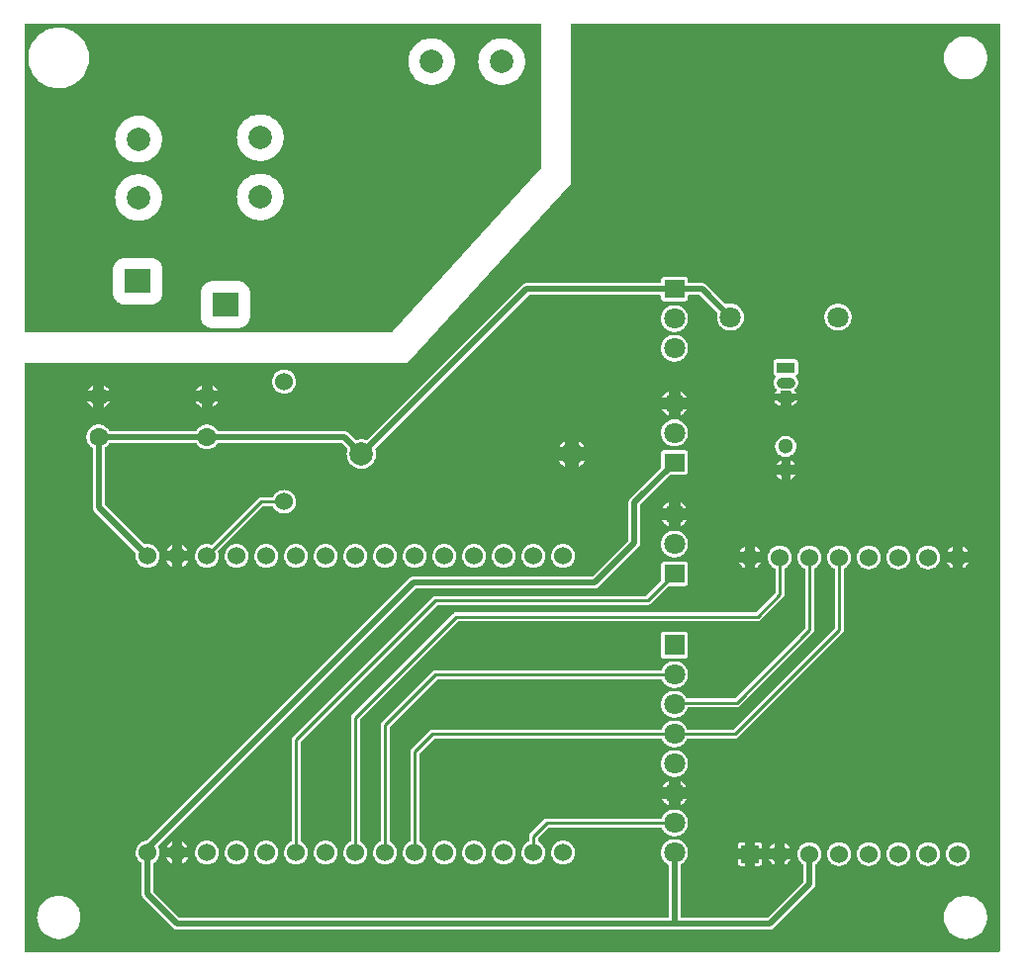
<source format=gtl>
G04 Layer: TopLayer*
G04 EasyEDA v6.4.17, 2021-03-27T11:51:15+01:00*
G04 529596ce29184b6dae0a6c6abc880a80,a5e8219e36ff45ba9783bf595b991e38,10*
G04 Gerber Generator version 0.2*
G04 Scale: 100 percent, Rotated: No, Reflected: No *
G04 Dimensions in millimeters *
G04 leading zeros omitted , absolute positions ,4 integer and 5 decimal *
%FSLAX45Y45*%
%MOMM*%

%ADD10C,0.2540*%
%ADD11C,0.5000*%
%ADD12R,1.5240X1.5240*%
%ADD13C,1.5240*%
%ADD14R,2.2098X2.0066*%
%ADD15C,1.8000*%
%ADD16R,1.8000X1.5748*%
%ADD17C,1.6000*%
%ADD18C,2.0000*%
%ADD19R,1.8000X1.8000*%
%ADD20C,1.3000*%
%ADD21R,1.6000X0.9000*%
%ADD22C,0.9000*%

%LPD*%
G36*
X35814Y-2667000D02*
G01*
X31902Y-2666238D01*
X28651Y-2664002D01*
X26416Y-2660751D01*
X25654Y-2656840D01*
X25654Y-35814D01*
X26416Y-31902D01*
X28651Y-28651D01*
X31902Y-26416D01*
X35814Y-25654D01*
X4434840Y-25654D01*
X4438751Y-26416D01*
X4442002Y-28651D01*
X4444238Y-31902D01*
X4445000Y-35814D01*
X4445000Y-1266088D01*
X4444339Y-1269746D01*
X4442358Y-1272895D01*
X3178048Y-2663698D01*
X3174593Y-2666136D01*
X3170529Y-2667000D01*
G37*

%LPC*%
G36*
X1634845Y-2633929D02*
G01*
X1855114Y-2633929D01*
X1868576Y-2633014D01*
X1881428Y-2630474D01*
X1893824Y-2626258D01*
X1905609Y-2620467D01*
X1916480Y-2613152D01*
X1926336Y-2604516D01*
X1934972Y-2594660D01*
X1942287Y-2583789D01*
X1948078Y-2572004D01*
X1952294Y-2559608D01*
X1954834Y-2546756D01*
X1955749Y-2533294D01*
X1955749Y-2333345D01*
X1954834Y-2319883D01*
X1952294Y-2307031D01*
X1948078Y-2294636D01*
X1942287Y-2282850D01*
X1934972Y-2271979D01*
X1926336Y-2262124D01*
X1916480Y-2253488D01*
X1905609Y-2246172D01*
X1893824Y-2240381D01*
X1881428Y-2236165D01*
X1868576Y-2233625D01*
X1855114Y-2232761D01*
X1634845Y-2232761D01*
X1621383Y-2233625D01*
X1608531Y-2236165D01*
X1596136Y-2240381D01*
X1584350Y-2246172D01*
X1573479Y-2253488D01*
X1563624Y-2262124D01*
X1554988Y-2271979D01*
X1547672Y-2282850D01*
X1541881Y-2294636D01*
X1537665Y-2307031D01*
X1535125Y-2319883D01*
X1534261Y-2333345D01*
X1534261Y-2533294D01*
X1535125Y-2546756D01*
X1537665Y-2559608D01*
X1541881Y-2572004D01*
X1547672Y-2583789D01*
X1554988Y-2594660D01*
X1563624Y-2604516D01*
X1573479Y-2613152D01*
X1584350Y-2620467D01*
X1596136Y-2626258D01*
X1608531Y-2630474D01*
X1621383Y-2633014D01*
G37*
G36*
X885545Y-2433269D02*
G01*
X1105814Y-2433269D01*
X1119276Y-2432354D01*
X1132128Y-2429814D01*
X1144524Y-2425598D01*
X1156309Y-2419807D01*
X1167180Y-2412492D01*
X1177036Y-2403856D01*
X1185672Y-2394000D01*
X1192987Y-2383129D01*
X1198778Y-2371344D01*
X1202994Y-2358948D01*
X1205534Y-2346096D01*
X1206449Y-2332634D01*
X1206449Y-2132685D01*
X1205534Y-2119223D01*
X1202994Y-2106371D01*
X1198778Y-2093975D01*
X1192987Y-2082190D01*
X1185672Y-2071319D01*
X1177036Y-2061464D01*
X1167180Y-2052828D01*
X1156309Y-2045512D01*
X1144524Y-2039721D01*
X1132128Y-2035505D01*
X1119276Y-2032965D01*
X1105814Y-2032101D01*
X885545Y-2032101D01*
X872083Y-2032965D01*
X859231Y-2035505D01*
X846836Y-2039721D01*
X835050Y-2045512D01*
X824179Y-2052828D01*
X814324Y-2061464D01*
X805688Y-2071319D01*
X798372Y-2082190D01*
X792581Y-2093975D01*
X788365Y-2106371D01*
X785825Y-2119223D01*
X784961Y-2132685D01*
X784961Y-2332634D01*
X785825Y-2346096D01*
X788365Y-2358948D01*
X792581Y-2371344D01*
X798372Y-2383129D01*
X805688Y-2394000D01*
X814324Y-2403856D01*
X824179Y-2412492D01*
X835050Y-2419807D01*
X846836Y-2425598D01*
X859231Y-2429814D01*
X872083Y-2432354D01*
G37*
G36*
X1003300Y-1716379D02*
G01*
X1022908Y-1715414D01*
X1042365Y-1712518D01*
X1061415Y-1707743D01*
X1079906Y-1701139D01*
X1097686Y-1692706D01*
X1114552Y-1682597D01*
X1130350Y-1670913D01*
X1144879Y-1657705D01*
X1158087Y-1643176D01*
X1169771Y-1627378D01*
X1179880Y-1610512D01*
X1188313Y-1592732D01*
X1194917Y-1574241D01*
X1199692Y-1555191D01*
X1202588Y-1535734D01*
X1203553Y-1516126D01*
X1202588Y-1496517D01*
X1199692Y-1477060D01*
X1194917Y-1458010D01*
X1188313Y-1439519D01*
X1179880Y-1421739D01*
X1169771Y-1404874D01*
X1158087Y-1389075D01*
X1144879Y-1374546D01*
X1130350Y-1361338D01*
X1114552Y-1349654D01*
X1097686Y-1339545D01*
X1079906Y-1331112D01*
X1061415Y-1324508D01*
X1042365Y-1319733D01*
X1022908Y-1316837D01*
X1003300Y-1315872D01*
X983691Y-1316837D01*
X964234Y-1319733D01*
X945184Y-1324508D01*
X926693Y-1331112D01*
X908913Y-1339545D01*
X892048Y-1349654D01*
X876249Y-1361338D01*
X861720Y-1374546D01*
X848512Y-1389075D01*
X836828Y-1404874D01*
X826719Y-1421739D01*
X818286Y-1439519D01*
X811682Y-1458010D01*
X806907Y-1477060D01*
X804011Y-1496517D01*
X803046Y-1516126D01*
X804011Y-1535734D01*
X806907Y-1555191D01*
X811682Y-1574241D01*
X818286Y-1592732D01*
X826719Y-1610512D01*
X836828Y-1627378D01*
X848512Y-1643176D01*
X861720Y-1657705D01*
X876249Y-1670913D01*
X892048Y-1682597D01*
X908913Y-1692706D01*
X926693Y-1701139D01*
X945184Y-1707743D01*
X964234Y-1712518D01*
X983691Y-1715414D01*
G37*
G36*
X2044700Y-1711553D02*
G01*
X2064308Y-1710588D01*
X2083765Y-1707692D01*
X2102815Y-1702917D01*
X2121306Y-1696313D01*
X2139086Y-1687880D01*
X2155952Y-1677771D01*
X2171750Y-1666087D01*
X2186279Y-1652879D01*
X2199487Y-1638350D01*
X2211171Y-1622552D01*
X2221280Y-1605686D01*
X2229713Y-1587906D01*
X2236317Y-1569415D01*
X2241092Y-1550365D01*
X2243988Y-1530908D01*
X2244953Y-1511300D01*
X2243988Y-1491691D01*
X2241092Y-1472234D01*
X2236317Y-1453184D01*
X2229713Y-1434693D01*
X2221280Y-1416913D01*
X2211171Y-1400048D01*
X2199487Y-1384249D01*
X2186279Y-1369720D01*
X2171750Y-1356512D01*
X2155952Y-1344828D01*
X2139086Y-1334719D01*
X2121306Y-1326286D01*
X2102815Y-1319682D01*
X2083765Y-1314907D01*
X2064308Y-1312011D01*
X2044700Y-1311046D01*
X2025091Y-1312011D01*
X2005634Y-1314907D01*
X1986584Y-1319682D01*
X1968093Y-1326286D01*
X1950313Y-1334719D01*
X1933448Y-1344828D01*
X1917649Y-1356512D01*
X1903120Y-1369720D01*
X1889912Y-1384249D01*
X1878228Y-1400048D01*
X1868119Y-1416913D01*
X1859686Y-1434693D01*
X1853082Y-1453184D01*
X1848307Y-1472234D01*
X1845411Y-1491691D01*
X1844446Y-1511300D01*
X1845411Y-1530908D01*
X1848307Y-1550365D01*
X1853082Y-1569415D01*
X1859686Y-1587906D01*
X1868119Y-1605686D01*
X1878228Y-1622552D01*
X1889912Y-1638350D01*
X1903120Y-1652879D01*
X1917649Y-1666087D01*
X1933448Y-1677771D01*
X1950313Y-1687880D01*
X1968093Y-1696313D01*
X1986584Y-1702917D01*
X2005634Y-1707692D01*
X2025091Y-1710588D01*
G37*
G36*
X1003300Y-1216253D02*
G01*
X1022908Y-1215288D01*
X1042365Y-1212392D01*
X1061415Y-1207617D01*
X1079906Y-1201013D01*
X1097686Y-1192580D01*
X1114552Y-1182471D01*
X1130350Y-1170787D01*
X1144879Y-1157579D01*
X1158087Y-1143050D01*
X1169771Y-1127252D01*
X1179880Y-1110386D01*
X1188313Y-1092606D01*
X1194917Y-1074115D01*
X1199692Y-1055065D01*
X1202588Y-1035608D01*
X1203553Y-1016000D01*
X1202588Y-996391D01*
X1199692Y-976934D01*
X1194917Y-957884D01*
X1188313Y-939393D01*
X1179880Y-921613D01*
X1169771Y-904748D01*
X1158087Y-888949D01*
X1144879Y-874420D01*
X1130350Y-861212D01*
X1114552Y-849528D01*
X1097686Y-839419D01*
X1079906Y-830986D01*
X1061415Y-824382D01*
X1042365Y-819607D01*
X1022908Y-816711D01*
X1003300Y-815746D01*
X983691Y-816711D01*
X964234Y-819607D01*
X945184Y-824382D01*
X926693Y-830986D01*
X908913Y-839419D01*
X892048Y-849528D01*
X876249Y-861212D01*
X861720Y-874420D01*
X848512Y-888949D01*
X836828Y-904748D01*
X826719Y-921613D01*
X818286Y-939393D01*
X811682Y-957884D01*
X806907Y-976934D01*
X804011Y-996391D01*
X803046Y-1016000D01*
X804011Y-1035608D01*
X806907Y-1055065D01*
X811682Y-1074115D01*
X818286Y-1092606D01*
X826719Y-1110386D01*
X836828Y-1127252D01*
X848512Y-1143050D01*
X861720Y-1157579D01*
X876249Y-1170787D01*
X892048Y-1182471D01*
X908913Y-1192580D01*
X926693Y-1201013D01*
X945184Y-1207617D01*
X964234Y-1212392D01*
X983691Y-1215288D01*
G37*
G36*
X2044700Y-1203553D02*
G01*
X2064308Y-1202588D01*
X2083765Y-1199692D01*
X2102815Y-1194917D01*
X2121306Y-1188313D01*
X2139086Y-1179880D01*
X2155952Y-1169771D01*
X2171750Y-1158087D01*
X2186279Y-1144879D01*
X2199487Y-1130350D01*
X2211171Y-1114552D01*
X2221280Y-1097686D01*
X2229713Y-1079906D01*
X2236317Y-1061415D01*
X2241092Y-1042365D01*
X2243988Y-1022908D01*
X2244953Y-1003300D01*
X2243988Y-983691D01*
X2241092Y-964234D01*
X2236317Y-945184D01*
X2229713Y-926693D01*
X2221280Y-908913D01*
X2211171Y-892048D01*
X2199487Y-876249D01*
X2186279Y-861720D01*
X2171750Y-848512D01*
X2155952Y-836828D01*
X2139086Y-826719D01*
X2121306Y-818286D01*
X2102815Y-811682D01*
X2083765Y-806907D01*
X2064308Y-804011D01*
X2044700Y-803046D01*
X2025091Y-804011D01*
X2005634Y-806907D01*
X1986584Y-811682D01*
X1968093Y-818286D01*
X1950313Y-826719D01*
X1933448Y-836828D01*
X1917649Y-848512D01*
X1903120Y-861720D01*
X1889912Y-876249D01*
X1878228Y-892048D01*
X1868119Y-908913D01*
X1859686Y-926693D01*
X1853082Y-945184D01*
X1848307Y-964234D01*
X1845411Y-983691D01*
X1844446Y-1003300D01*
X1845411Y-1022908D01*
X1848307Y-1042365D01*
X1853082Y-1061415D01*
X1859686Y-1079906D01*
X1868119Y-1097686D01*
X1878228Y-1114552D01*
X1889912Y-1130350D01*
X1903120Y-1144879D01*
X1917649Y-1158087D01*
X1933448Y-1169771D01*
X1950313Y-1179880D01*
X1968093Y-1188313D01*
X1986584Y-1194917D01*
X2005634Y-1199692D01*
X2025091Y-1202588D01*
G37*
G36*
X325577Y-580186D02*
G01*
X347929Y-578713D01*
X370078Y-575360D01*
X391871Y-570128D01*
X413105Y-563016D01*
X433628Y-554126D01*
X453339Y-543509D01*
X472084Y-531215D01*
X489661Y-517347D01*
X505968Y-502005D01*
X520954Y-485343D01*
X534416Y-467461D01*
X546303Y-448513D01*
X556514Y-428548D01*
X564946Y-407822D01*
X571601Y-386435D01*
X576376Y-364591D01*
X579272Y-342392D01*
X580237Y-319989D01*
X579272Y-297637D01*
X576376Y-275437D01*
X571601Y-253542D01*
X564946Y-232156D01*
X556514Y-211429D01*
X546303Y-191516D01*
X534416Y-172516D01*
X520954Y-154635D01*
X505968Y-137972D01*
X489661Y-122631D01*
X472084Y-108813D01*
X453339Y-96520D01*
X433628Y-85852D01*
X413105Y-76962D01*
X391871Y-69850D01*
X370078Y-64617D01*
X347929Y-61264D01*
X325577Y-59791D01*
X303225Y-60299D01*
X280924Y-62687D01*
X258978Y-67005D01*
X237439Y-73202D01*
X216560Y-81178D01*
X196392Y-90982D01*
X177190Y-102463D01*
X159004Y-115519D01*
X142036Y-130149D01*
X126339Y-146151D01*
X112115Y-163423D01*
X99415Y-181864D01*
X88392Y-201371D01*
X79044Y-221691D01*
X71475Y-242773D01*
X65735Y-264414D01*
X61925Y-286512D01*
X59994Y-308813D01*
X59994Y-331216D01*
X61925Y-353517D01*
X65735Y-375564D01*
X71475Y-397205D01*
X79044Y-418287D01*
X88392Y-438658D01*
X99415Y-458114D01*
X112115Y-476554D01*
X126339Y-493877D01*
X142036Y-509879D01*
X159004Y-524459D01*
X177190Y-537565D01*
X196392Y-548995D01*
X216560Y-558800D01*
X237439Y-566826D01*
X258978Y-572973D01*
X280924Y-577291D01*
X303225Y-579678D01*
G37*
G36*
X3510026Y-552246D02*
G01*
X3529634Y-551281D01*
X3549091Y-548386D01*
X3568141Y-543610D01*
X3586632Y-537006D01*
X3604412Y-528624D01*
X3621227Y-518515D01*
X3637026Y-506780D01*
X3651605Y-493572D01*
X3664813Y-479043D01*
X3676497Y-463245D01*
X3686606Y-446379D01*
X3694988Y-428650D01*
X3701643Y-410108D01*
X3706418Y-391058D01*
X3709263Y-371652D01*
X3710228Y-351993D01*
X3709263Y-332384D01*
X3706418Y-312928D01*
X3701643Y-293878D01*
X3694988Y-275386D01*
X3686606Y-257606D01*
X3676497Y-240741D01*
X3664813Y-224993D01*
X3651605Y-210413D01*
X3637026Y-197205D01*
X3621227Y-185521D01*
X3604412Y-175412D01*
X3586632Y-167030D01*
X3568141Y-160375D01*
X3549091Y-155600D01*
X3529634Y-152704D01*
X3510026Y-151739D01*
X3490366Y-152704D01*
X3470960Y-155600D01*
X3451860Y-160375D01*
X3433368Y-167030D01*
X3415588Y-175412D01*
X3398774Y-185521D01*
X3382975Y-197205D01*
X3368395Y-210413D01*
X3355187Y-224993D01*
X3343503Y-240741D01*
X3333394Y-257606D01*
X3325012Y-275386D01*
X3318357Y-293878D01*
X3313582Y-312928D01*
X3310737Y-332384D01*
X3309772Y-351993D01*
X3310737Y-371652D01*
X3313582Y-391058D01*
X3318357Y-410108D01*
X3325012Y-428650D01*
X3333394Y-446379D01*
X3343503Y-463245D01*
X3355187Y-479043D01*
X3368395Y-493572D01*
X3382975Y-506780D01*
X3398774Y-518515D01*
X3415588Y-528624D01*
X3433368Y-537006D01*
X3451860Y-543610D01*
X3470960Y-548386D01*
X3490366Y-551281D01*
G37*
G36*
X4109974Y-552246D02*
G01*
X4129633Y-551281D01*
X4149090Y-548386D01*
X4168140Y-543610D01*
X4186631Y-537006D01*
X4204411Y-528624D01*
X4221226Y-518515D01*
X4237024Y-506780D01*
X4251604Y-493572D01*
X4264812Y-479043D01*
X4276496Y-463245D01*
X4286605Y-446379D01*
X4294987Y-428650D01*
X4301642Y-410108D01*
X4306417Y-391058D01*
X4309262Y-371652D01*
X4310227Y-351993D01*
X4309262Y-332384D01*
X4306417Y-312928D01*
X4301642Y-293878D01*
X4294987Y-275386D01*
X4286605Y-257606D01*
X4276496Y-240741D01*
X4264812Y-224993D01*
X4251604Y-210413D01*
X4237024Y-197205D01*
X4221226Y-185521D01*
X4204411Y-175412D01*
X4186631Y-167030D01*
X4168140Y-160375D01*
X4149090Y-155600D01*
X4129633Y-152704D01*
X4109974Y-151739D01*
X4090365Y-152704D01*
X4070959Y-155600D01*
X4051858Y-160375D01*
X4033367Y-167030D01*
X4015587Y-175412D01*
X3998772Y-185521D01*
X3982974Y-197205D01*
X3968394Y-210413D01*
X3955186Y-224993D01*
X3943502Y-240741D01*
X3933393Y-257606D01*
X3925011Y-275386D01*
X3918356Y-293878D01*
X3913581Y-312928D01*
X3910736Y-332384D01*
X3909771Y-351993D01*
X3910736Y-371652D01*
X3913581Y-391058D01*
X3918356Y-410108D01*
X3925011Y-428650D01*
X3933393Y-446379D01*
X3943502Y-463245D01*
X3955186Y-479043D01*
X3968394Y-493572D01*
X3982974Y-506780D01*
X3998772Y-518515D01*
X4015587Y-528624D01*
X4033367Y-537006D01*
X4051858Y-543610D01*
X4070959Y-548386D01*
X4090365Y-551281D01*
G37*

%LPD*%
G36*
X35814Y-7974330D02*
G01*
X31902Y-7973568D01*
X28651Y-7971383D01*
X26416Y-7968081D01*
X25654Y-7964170D01*
X25654Y-2943860D01*
X26416Y-2939948D01*
X28651Y-2936697D01*
X31902Y-2934462D01*
X35814Y-2933700D01*
X3300882Y-2933700D01*
X3302660Y-2932938D01*
X4698339Y-1397762D01*
X4699000Y-1396136D01*
X4699000Y-35814D01*
X4699762Y-31902D01*
X4701997Y-28651D01*
X4705248Y-26416D01*
X4709160Y-25654D01*
X8364169Y-25654D01*
X8368080Y-26416D01*
X8371382Y-28651D01*
X8373567Y-31902D01*
X8374329Y-35814D01*
X8374329Y-7964170D01*
X8373567Y-7968081D01*
X8371382Y-7971383D01*
X8368080Y-7973568D01*
X8364169Y-7974330D01*
G37*

%LPC*%
G36*
X8070596Y-7865414D02*
G01*
X8089392Y-7865414D01*
X8108086Y-7863484D01*
X8126526Y-7859725D01*
X8144459Y-7854086D01*
X8161731Y-7846669D01*
X8178190Y-7837525D01*
X8193633Y-7826806D01*
X8207908Y-7814564D01*
X8220862Y-7800898D01*
X8232343Y-7786065D01*
X8242300Y-7770114D01*
X8250580Y-7753197D01*
X8257133Y-7735570D01*
X8261858Y-7717383D01*
X8264702Y-7698790D01*
X8265617Y-7679994D01*
X8264702Y-7661198D01*
X8261858Y-7642606D01*
X8257133Y-7624419D01*
X8250580Y-7606792D01*
X8242300Y-7589926D01*
X8232343Y-7573924D01*
X8220862Y-7559090D01*
X8207908Y-7545425D01*
X8193633Y-7533182D01*
X8178190Y-7522464D01*
X8161731Y-7513320D01*
X8144459Y-7505903D01*
X8126526Y-7500264D01*
X8108086Y-7496505D01*
X8089392Y-7494574D01*
X8070596Y-7494574D01*
X8051901Y-7496505D01*
X8033461Y-7500264D01*
X8015528Y-7505903D01*
X7998256Y-7513320D01*
X7981797Y-7522464D01*
X7966354Y-7533182D01*
X7952079Y-7545425D01*
X7939125Y-7559090D01*
X7927644Y-7573924D01*
X7917688Y-7589926D01*
X7909407Y-7606792D01*
X7902854Y-7624419D01*
X7898180Y-7642606D01*
X7895336Y-7661198D01*
X7894370Y-7679994D01*
X7895336Y-7698790D01*
X7898180Y-7717383D01*
X7902854Y-7735570D01*
X7909407Y-7753197D01*
X7917688Y-7770114D01*
X7927644Y-7786065D01*
X7939125Y-7800898D01*
X7952079Y-7814564D01*
X7966354Y-7826806D01*
X7981797Y-7837525D01*
X7998256Y-7846669D01*
X8015528Y-7854086D01*
X8033461Y-7859725D01*
X8051901Y-7863484D01*
G37*
G36*
X310591Y-7865414D02*
G01*
X329387Y-7865414D01*
X348132Y-7863484D01*
X366522Y-7859725D01*
X384454Y-7854086D01*
X401777Y-7846669D01*
X418185Y-7837525D01*
X433628Y-7826806D01*
X447903Y-7814564D01*
X460857Y-7800898D01*
X472389Y-7786065D01*
X482295Y-7770114D01*
X490575Y-7753197D01*
X497128Y-7735570D01*
X501853Y-7717383D01*
X504698Y-7698790D01*
X505663Y-7679994D01*
X504698Y-7661198D01*
X501853Y-7642606D01*
X497128Y-7624419D01*
X490575Y-7606792D01*
X482295Y-7589926D01*
X472389Y-7573924D01*
X460857Y-7559090D01*
X447903Y-7545425D01*
X433628Y-7533182D01*
X418185Y-7522464D01*
X401777Y-7513320D01*
X384454Y-7505903D01*
X366522Y-7500264D01*
X348132Y-7496505D01*
X329387Y-7494574D01*
X310591Y-7494574D01*
X291896Y-7496505D01*
X273456Y-7500264D01*
X255524Y-7505903D01*
X238252Y-7513320D01*
X221792Y-7522464D01*
X206349Y-7533182D01*
X192074Y-7545425D01*
X179120Y-7559090D01*
X167640Y-7573924D01*
X157683Y-7589926D01*
X149402Y-7606792D01*
X142849Y-7624419D01*
X138176Y-7642606D01*
X135331Y-7661198D01*
X134366Y-7679994D01*
X135331Y-7698790D01*
X138176Y-7717383D01*
X142849Y-7735570D01*
X149402Y-7753197D01*
X157683Y-7770114D01*
X167640Y-7786065D01*
X179120Y-7800898D01*
X192074Y-7814564D01*
X206349Y-7826806D01*
X221792Y-7837525D01*
X238252Y-7846669D01*
X255524Y-7854086D01*
X273456Y-7859725D01*
X291896Y-7863484D01*
G37*
G36*
X1333703Y-7784947D02*
G01*
X6400596Y-7784947D01*
X6405219Y-7784744D01*
X6409588Y-7784185D01*
X6413906Y-7783220D01*
X6418122Y-7781899D01*
X6422186Y-7780223D01*
X6426098Y-7778140D01*
X6429857Y-7775803D01*
X6433362Y-7773111D01*
X6436766Y-7769961D01*
X6779361Y-7427366D01*
X6782511Y-7423962D01*
X6785203Y-7420457D01*
X6787540Y-7416698D01*
X6789623Y-7412786D01*
X6791299Y-7408722D01*
X6792620Y-7404506D01*
X6793585Y-7400188D01*
X6794144Y-7395819D01*
X6794347Y-7391196D01*
X6794347Y-7231278D01*
X6794957Y-7227824D01*
X6796684Y-7224826D01*
X6799325Y-7222540D01*
X6801307Y-7221372D01*
X6812025Y-7212939D01*
X6821474Y-7203135D01*
X6829552Y-7192213D01*
X6836054Y-7180275D01*
X6840981Y-7167575D01*
X6844131Y-7154316D01*
X6845452Y-7140803D01*
X6844995Y-7127189D01*
X6842759Y-7113778D01*
X6838746Y-7100824D01*
X6833006Y-7088479D01*
X6825691Y-7076998D01*
X6816902Y-7066584D01*
X6806793Y-7057491D01*
X6795617Y-7049770D01*
X6783476Y-7043674D01*
X6770624Y-7039203D01*
X6757263Y-7036460D01*
X6743700Y-7035546D01*
X6730136Y-7036460D01*
X6716775Y-7039203D01*
X6703923Y-7043674D01*
X6691782Y-7049770D01*
X6680606Y-7057491D01*
X6670497Y-7066584D01*
X6661708Y-7076998D01*
X6654393Y-7088479D01*
X6648653Y-7100824D01*
X6644640Y-7113778D01*
X6642404Y-7127189D01*
X6641947Y-7140803D01*
X6643268Y-7154316D01*
X6646418Y-7167575D01*
X6651345Y-7180275D01*
X6657848Y-7192213D01*
X6665925Y-7203135D01*
X6675374Y-7212939D01*
X6686092Y-7221372D01*
X6688074Y-7222540D01*
X6690715Y-7224826D01*
X6692442Y-7227824D01*
X6693052Y-7231278D01*
X6693052Y-7366203D01*
X6692290Y-7370114D01*
X6690055Y-7373416D01*
X6382816Y-7680655D01*
X6379514Y-7682890D01*
X6375603Y-7683652D01*
X5648807Y-7683652D01*
X5644946Y-7682890D01*
X5641644Y-7680655D01*
X5639409Y-7677353D01*
X5638647Y-7673492D01*
X5638647Y-7234834D01*
X5639206Y-7231481D01*
X5640832Y-7228535D01*
X5643372Y-7226249D01*
X5655970Y-7218273D01*
X5667146Y-7208977D01*
X5677103Y-7198410D01*
X5685637Y-7186675D01*
X5692648Y-7173925D01*
X5697982Y-7160412D01*
X5701588Y-7146391D01*
X5703417Y-7131964D01*
X5703417Y-7117435D01*
X5701588Y-7103008D01*
X5697982Y-7088987D01*
X5692648Y-7075474D01*
X5685637Y-7062724D01*
X5677103Y-7050989D01*
X5667146Y-7040422D01*
X5655970Y-7031126D01*
X5643727Y-7023353D01*
X5630570Y-7017207D01*
X5616752Y-7012686D01*
X5602478Y-7009993D01*
X5588000Y-7009079D01*
X5573522Y-7009993D01*
X5559247Y-7012686D01*
X5545429Y-7017207D01*
X5532272Y-7023353D01*
X5520029Y-7031126D01*
X5508853Y-7040422D01*
X5498896Y-7050989D01*
X5490362Y-7062724D01*
X5483352Y-7075474D01*
X5478018Y-7088987D01*
X5474411Y-7103008D01*
X5472582Y-7117435D01*
X5472582Y-7131964D01*
X5474411Y-7146391D01*
X5478018Y-7160412D01*
X5483352Y-7173925D01*
X5490362Y-7186675D01*
X5498896Y-7198410D01*
X5508853Y-7208977D01*
X5520029Y-7218273D01*
X5532628Y-7226249D01*
X5535168Y-7228535D01*
X5536793Y-7231481D01*
X5537352Y-7234834D01*
X5537352Y-7673492D01*
X5536590Y-7677353D01*
X5534355Y-7680655D01*
X5531053Y-7682890D01*
X5527192Y-7683652D01*
X1358696Y-7683652D01*
X1354785Y-7682890D01*
X1351483Y-7680655D01*
X1133144Y-7462316D01*
X1130909Y-7459014D01*
X1130147Y-7455103D01*
X1130147Y-7218527D01*
X1130655Y-7215276D01*
X1132179Y-7212380D01*
X1134567Y-7210145D01*
X1142593Y-7204608D01*
X1152702Y-7195515D01*
X1161491Y-7185101D01*
X1168806Y-7173620D01*
X1174546Y-7161275D01*
X1178560Y-7148322D01*
X1180795Y-7134910D01*
X1181252Y-7121296D01*
X1179931Y-7107783D01*
X1176782Y-7094524D01*
X1171854Y-7081824D01*
X1169873Y-7078218D01*
X1168654Y-7074052D01*
X1169263Y-7069785D01*
X1171600Y-7066127D01*
X3370783Y-4866944D01*
X3374085Y-4864709D01*
X3377996Y-4863947D01*
X4901996Y-4863947D01*
X4906619Y-4863744D01*
X4910988Y-4863185D01*
X4915306Y-4862220D01*
X4919522Y-4860899D01*
X4923586Y-4859223D01*
X4927498Y-4857140D01*
X4931257Y-4854803D01*
X4934762Y-4852111D01*
X4938166Y-4848961D01*
X5280761Y-4506366D01*
X5283911Y-4502962D01*
X5286603Y-4499457D01*
X5288940Y-4495698D01*
X5291023Y-4491786D01*
X5292699Y-4487722D01*
X5294020Y-4483506D01*
X5294985Y-4479188D01*
X5295544Y-4474819D01*
X5295747Y-4470196D01*
X5295747Y-4152696D01*
X5296509Y-4148785D01*
X5298744Y-4145483D01*
X5552287Y-3891991D01*
X5555538Y-3889756D01*
X5559450Y-3888994D01*
X5677408Y-3888994D01*
X5683707Y-3888282D01*
X5689092Y-3886403D01*
X5693968Y-3883355D01*
X5697982Y-3879291D01*
X5701080Y-3874465D01*
X5702960Y-3869029D01*
X5703671Y-3862781D01*
X5703671Y-3706418D01*
X5702960Y-3700170D01*
X5701080Y-3694734D01*
X5697982Y-3689908D01*
X5693968Y-3685844D01*
X5689092Y-3682796D01*
X5683707Y-3680917D01*
X5677408Y-3680206D01*
X5498592Y-3680206D01*
X5492292Y-3680917D01*
X5486908Y-3682796D01*
X5482031Y-3685844D01*
X5478018Y-3689908D01*
X5474970Y-3694734D01*
X5473039Y-3700170D01*
X5472328Y-3706418D01*
X5472328Y-3824427D01*
X5471566Y-3828287D01*
X5469382Y-3831590D01*
X5209438Y-4091533D01*
X5206288Y-4094937D01*
X5203596Y-4098442D01*
X5201259Y-4102201D01*
X5199176Y-4106113D01*
X5197500Y-4110177D01*
X5196179Y-4114393D01*
X5195214Y-4118711D01*
X5194655Y-4123080D01*
X5194452Y-4127703D01*
X5194452Y-4445203D01*
X5193690Y-4449114D01*
X5191455Y-4452416D01*
X4884216Y-4759655D01*
X4880914Y-4761890D01*
X4877003Y-4762652D01*
X3353003Y-4762652D01*
X3348380Y-4762855D01*
X3344011Y-4763414D01*
X3339693Y-4764379D01*
X3335477Y-4765700D01*
X3331413Y-4767376D01*
X3327501Y-4769459D01*
X3323742Y-4771796D01*
X3320237Y-4774488D01*
X3316833Y-4777638D01*
X1073607Y-7020864D01*
X1070914Y-7022795D01*
X1067765Y-7023760D01*
X1059230Y-7024928D01*
X1046073Y-7028484D01*
X1033576Y-7033818D01*
X1021892Y-7040727D01*
X1011174Y-7049160D01*
X1001725Y-7058964D01*
X993648Y-7069886D01*
X987145Y-7081824D01*
X982218Y-7094524D01*
X979068Y-7107783D01*
X977747Y-7121296D01*
X978204Y-7134910D01*
X980440Y-7148322D01*
X984453Y-7161275D01*
X990193Y-7173620D01*
X997508Y-7185101D01*
X1006297Y-7195515D01*
X1016406Y-7204608D01*
X1024432Y-7210145D01*
X1026820Y-7212380D01*
X1028344Y-7215276D01*
X1028852Y-7218527D01*
X1028852Y-7480096D01*
X1029055Y-7484719D01*
X1029614Y-7489088D01*
X1030579Y-7493406D01*
X1031900Y-7497622D01*
X1033576Y-7501686D01*
X1035659Y-7505598D01*
X1037996Y-7509357D01*
X1040688Y-7512862D01*
X1043838Y-7516266D01*
X1297533Y-7769961D01*
X1300937Y-7773111D01*
X1304442Y-7775803D01*
X1308201Y-7778140D01*
X1312113Y-7780223D01*
X1316177Y-7781899D01*
X1320393Y-7783220D01*
X1324711Y-7784185D01*
X1329080Y-7784744D01*
G37*
G36*
X6160058Y-7239253D02*
G01*
X6191250Y-7239253D01*
X6191250Y-7181850D01*
X6133846Y-7181850D01*
X6133846Y-7213041D01*
X6134557Y-7219289D01*
X6136436Y-7224725D01*
X6139484Y-7229551D01*
X6143548Y-7233615D01*
X6148374Y-7236663D01*
X6153810Y-7238542D01*
G37*
G36*
X6280150Y-7239253D02*
G01*
X6311341Y-7239253D01*
X6317589Y-7238542D01*
X6323025Y-7236663D01*
X6327851Y-7233615D01*
X6331915Y-7229551D01*
X6334963Y-7224725D01*
X6336842Y-7219289D01*
X6337554Y-7213041D01*
X6337554Y-7181850D01*
X6280150Y-7181850D01*
G37*
G36*
X7498892Y-7239000D02*
G01*
X7512507Y-7239000D01*
X7525969Y-7237171D01*
X7539126Y-7233615D01*
X7551623Y-7228281D01*
X7563307Y-7221372D01*
X7574025Y-7212939D01*
X7583474Y-7203135D01*
X7591552Y-7192213D01*
X7598054Y-7180275D01*
X7602981Y-7167575D01*
X7606131Y-7154316D01*
X7607452Y-7140803D01*
X7606995Y-7127189D01*
X7604759Y-7113778D01*
X7600746Y-7100824D01*
X7595006Y-7088479D01*
X7587691Y-7076998D01*
X7578902Y-7066584D01*
X7568793Y-7057491D01*
X7557617Y-7049770D01*
X7545476Y-7043674D01*
X7532624Y-7039203D01*
X7519263Y-7036460D01*
X7505700Y-7035546D01*
X7492136Y-7036460D01*
X7478775Y-7039203D01*
X7465923Y-7043674D01*
X7453782Y-7049770D01*
X7442606Y-7057491D01*
X7432497Y-7066584D01*
X7423708Y-7076998D01*
X7416393Y-7088479D01*
X7410653Y-7100824D01*
X7406640Y-7113778D01*
X7404404Y-7127189D01*
X7403947Y-7140803D01*
X7405268Y-7154316D01*
X7408418Y-7167575D01*
X7413345Y-7180275D01*
X7419848Y-7192213D01*
X7427925Y-7203135D01*
X7437374Y-7212939D01*
X7448092Y-7221372D01*
X7459776Y-7228281D01*
X7472273Y-7233615D01*
X7485430Y-7237171D01*
G37*
G36*
X7244892Y-7239000D02*
G01*
X7258507Y-7239000D01*
X7271969Y-7237171D01*
X7285126Y-7233615D01*
X7297623Y-7228281D01*
X7309307Y-7221372D01*
X7320025Y-7212939D01*
X7329474Y-7203135D01*
X7337552Y-7192213D01*
X7344054Y-7180275D01*
X7348981Y-7167575D01*
X7352131Y-7154316D01*
X7353452Y-7140803D01*
X7352995Y-7127189D01*
X7350759Y-7113778D01*
X7346746Y-7100824D01*
X7341006Y-7088479D01*
X7333691Y-7076998D01*
X7324902Y-7066584D01*
X7314793Y-7057491D01*
X7303617Y-7049770D01*
X7291476Y-7043674D01*
X7278624Y-7039203D01*
X7265263Y-7036460D01*
X7251700Y-7035546D01*
X7238136Y-7036460D01*
X7224775Y-7039203D01*
X7211923Y-7043674D01*
X7199782Y-7049770D01*
X7188606Y-7057491D01*
X7178497Y-7066584D01*
X7169708Y-7076998D01*
X7162393Y-7088479D01*
X7156653Y-7100824D01*
X7152640Y-7113778D01*
X7150404Y-7127189D01*
X7149947Y-7140803D01*
X7151268Y-7154316D01*
X7154418Y-7167575D01*
X7159345Y-7180275D01*
X7165848Y-7192213D01*
X7173925Y-7203135D01*
X7183374Y-7212939D01*
X7194092Y-7221372D01*
X7205776Y-7228281D01*
X7218273Y-7233615D01*
X7231430Y-7237171D01*
G37*
G36*
X7752892Y-7239000D02*
G01*
X7766507Y-7239000D01*
X7779969Y-7237171D01*
X7793126Y-7233615D01*
X7805623Y-7228281D01*
X7817307Y-7221372D01*
X7828025Y-7212939D01*
X7837474Y-7203135D01*
X7845552Y-7192213D01*
X7852054Y-7180275D01*
X7856981Y-7167575D01*
X7860131Y-7154316D01*
X7861452Y-7140803D01*
X7860995Y-7127189D01*
X7858759Y-7113778D01*
X7854746Y-7100824D01*
X7849006Y-7088479D01*
X7841691Y-7076998D01*
X7832902Y-7066584D01*
X7822793Y-7057491D01*
X7811617Y-7049770D01*
X7799476Y-7043674D01*
X7786624Y-7039203D01*
X7773263Y-7036460D01*
X7759700Y-7035546D01*
X7746136Y-7036460D01*
X7732775Y-7039203D01*
X7719923Y-7043674D01*
X7707782Y-7049770D01*
X7696606Y-7057491D01*
X7686497Y-7066584D01*
X7677708Y-7076998D01*
X7670393Y-7088479D01*
X7664653Y-7100824D01*
X7660640Y-7113778D01*
X7658404Y-7127189D01*
X7657947Y-7140803D01*
X7659268Y-7154316D01*
X7662418Y-7167575D01*
X7667345Y-7180275D01*
X7673848Y-7192213D01*
X7681925Y-7203135D01*
X7691374Y-7212939D01*
X7702092Y-7221372D01*
X7713776Y-7228281D01*
X7726273Y-7233615D01*
X7739430Y-7237171D01*
G37*
G36*
X8006892Y-7239000D02*
G01*
X8020507Y-7239000D01*
X8033969Y-7237171D01*
X8047126Y-7233615D01*
X8059623Y-7228281D01*
X8071307Y-7221372D01*
X8082025Y-7212939D01*
X8091474Y-7203135D01*
X8099552Y-7192213D01*
X8106054Y-7180275D01*
X8110981Y-7167575D01*
X8114131Y-7154316D01*
X8115452Y-7140803D01*
X8114995Y-7127189D01*
X8112759Y-7113778D01*
X8108746Y-7100824D01*
X8103006Y-7088479D01*
X8095691Y-7076998D01*
X8086902Y-7066584D01*
X8076793Y-7057491D01*
X8065617Y-7049770D01*
X8053476Y-7043674D01*
X8040624Y-7039203D01*
X8027263Y-7036460D01*
X8013700Y-7035546D01*
X8000136Y-7036460D01*
X7986775Y-7039203D01*
X7973923Y-7043674D01*
X7961782Y-7049770D01*
X7950606Y-7057491D01*
X7940497Y-7066584D01*
X7931708Y-7076998D01*
X7924393Y-7088479D01*
X7918653Y-7100824D01*
X7914640Y-7113778D01*
X7912404Y-7127189D01*
X7911947Y-7140803D01*
X7913268Y-7154316D01*
X7916418Y-7167575D01*
X7921345Y-7180275D01*
X7927848Y-7192213D01*
X7935925Y-7203135D01*
X7945374Y-7212939D01*
X7956092Y-7221372D01*
X7967776Y-7228281D01*
X7980273Y-7233615D01*
X7993430Y-7237171D01*
G37*
G36*
X6990892Y-7239000D02*
G01*
X7004507Y-7239000D01*
X7017969Y-7237171D01*
X7031126Y-7233615D01*
X7043623Y-7228281D01*
X7055307Y-7221372D01*
X7066025Y-7212939D01*
X7075474Y-7203135D01*
X7083552Y-7192213D01*
X7090054Y-7180275D01*
X7094981Y-7167575D01*
X7098131Y-7154316D01*
X7099452Y-7140803D01*
X7098995Y-7127189D01*
X7096759Y-7113778D01*
X7092746Y-7100824D01*
X7087006Y-7088479D01*
X7079691Y-7076998D01*
X7070902Y-7066584D01*
X7060793Y-7057491D01*
X7049617Y-7049770D01*
X7037476Y-7043674D01*
X7024624Y-7039203D01*
X7011263Y-7036460D01*
X6997700Y-7035546D01*
X6984136Y-7036460D01*
X6970775Y-7039203D01*
X6957923Y-7043674D01*
X6945782Y-7049770D01*
X6934606Y-7057491D01*
X6924497Y-7066584D01*
X6915708Y-7076998D01*
X6908393Y-7088479D01*
X6902653Y-7100824D01*
X6898640Y-7113778D01*
X6896404Y-7127189D01*
X6895947Y-7140803D01*
X6897268Y-7154316D01*
X6900418Y-7167575D01*
X6905345Y-7180275D01*
X6911848Y-7192213D01*
X6919925Y-7203135D01*
X6929374Y-7212939D01*
X6940092Y-7221372D01*
X6951776Y-7228281D01*
X6964273Y-7233615D01*
X6977430Y-7237171D01*
G37*
G36*
X6445250Y-7228890D02*
G01*
X6445250Y-7181850D01*
X6398209Y-7181850D01*
X6403848Y-7192213D01*
X6411925Y-7203135D01*
X6421374Y-7212939D01*
X6432092Y-7221372D01*
X6443776Y-7228281D01*
G37*
G36*
X6534150Y-7228890D02*
G01*
X6535623Y-7228281D01*
X6547307Y-7221372D01*
X6558025Y-7212939D01*
X6567474Y-7203135D01*
X6575552Y-7192213D01*
X6581190Y-7181850D01*
X6534150Y-7181850D01*
G37*
G36*
X3873500Y-7226553D02*
G01*
X3887063Y-7225639D01*
X3900424Y-7222896D01*
X3913276Y-7218425D01*
X3925417Y-7212330D01*
X3936593Y-7204608D01*
X3946702Y-7195515D01*
X3955491Y-7185101D01*
X3962806Y-7173620D01*
X3968546Y-7161275D01*
X3972560Y-7148322D01*
X3974795Y-7134910D01*
X3975252Y-7121296D01*
X3973931Y-7107783D01*
X3970782Y-7094524D01*
X3965854Y-7081824D01*
X3959351Y-7069886D01*
X3951274Y-7058964D01*
X3941826Y-7049160D01*
X3931107Y-7040727D01*
X3919423Y-7033818D01*
X3906926Y-7028484D01*
X3893769Y-7024928D01*
X3880307Y-7023100D01*
X3866692Y-7023100D01*
X3853230Y-7024928D01*
X3840073Y-7028484D01*
X3827576Y-7033818D01*
X3815892Y-7040727D01*
X3805174Y-7049160D01*
X3795725Y-7058964D01*
X3787648Y-7069886D01*
X3781145Y-7081824D01*
X3776218Y-7094524D01*
X3773068Y-7107783D01*
X3771747Y-7121296D01*
X3772204Y-7134910D01*
X3774440Y-7148322D01*
X3778453Y-7161275D01*
X3784193Y-7173620D01*
X3791508Y-7185101D01*
X3800297Y-7195515D01*
X3810406Y-7204608D01*
X3821582Y-7212330D01*
X3833723Y-7218425D01*
X3846576Y-7222896D01*
X3859936Y-7225639D01*
G37*
G36*
X4127500Y-7226553D02*
G01*
X4141063Y-7225639D01*
X4154424Y-7222896D01*
X4167276Y-7218425D01*
X4179417Y-7212330D01*
X4190593Y-7204608D01*
X4200702Y-7195515D01*
X4209491Y-7185101D01*
X4216806Y-7173620D01*
X4222546Y-7161275D01*
X4226560Y-7148322D01*
X4228795Y-7134910D01*
X4229252Y-7121296D01*
X4227931Y-7107783D01*
X4224782Y-7094524D01*
X4219854Y-7081824D01*
X4213352Y-7069886D01*
X4205274Y-7058964D01*
X4195826Y-7049160D01*
X4185107Y-7040727D01*
X4173423Y-7033818D01*
X4160926Y-7028484D01*
X4147769Y-7024928D01*
X4134307Y-7023100D01*
X4120692Y-7023100D01*
X4107230Y-7024928D01*
X4094073Y-7028484D01*
X4081576Y-7033818D01*
X4069892Y-7040727D01*
X4059174Y-7049160D01*
X4049725Y-7058964D01*
X4041648Y-7069886D01*
X4035145Y-7081824D01*
X4030218Y-7094524D01*
X4027068Y-7107783D01*
X4025747Y-7121296D01*
X4026204Y-7134910D01*
X4028440Y-7148322D01*
X4032453Y-7161275D01*
X4038193Y-7173620D01*
X4045508Y-7185101D01*
X4054297Y-7195515D01*
X4064406Y-7204608D01*
X4075582Y-7212330D01*
X4087723Y-7218425D01*
X4100576Y-7222896D01*
X4113936Y-7225639D01*
G37*
G36*
X2095500Y-7226553D02*
G01*
X2109063Y-7225639D01*
X2122424Y-7222896D01*
X2135276Y-7218425D01*
X2147417Y-7212330D01*
X2158593Y-7204608D01*
X2168702Y-7195515D01*
X2177491Y-7185101D01*
X2184806Y-7173620D01*
X2190546Y-7161275D01*
X2194560Y-7148322D01*
X2196795Y-7134910D01*
X2197252Y-7121296D01*
X2195931Y-7107783D01*
X2192782Y-7094524D01*
X2187854Y-7081824D01*
X2181352Y-7069886D01*
X2173274Y-7058964D01*
X2163826Y-7049160D01*
X2153107Y-7040727D01*
X2141423Y-7033818D01*
X2128926Y-7028484D01*
X2115769Y-7024928D01*
X2102307Y-7023100D01*
X2088692Y-7023100D01*
X2075230Y-7024928D01*
X2062073Y-7028484D01*
X2049576Y-7033818D01*
X2037892Y-7040727D01*
X2027174Y-7049160D01*
X2017725Y-7058964D01*
X2009648Y-7069886D01*
X2003145Y-7081824D01*
X1998218Y-7094524D01*
X1995068Y-7107783D01*
X1993747Y-7121296D01*
X1994204Y-7134910D01*
X1996439Y-7148322D01*
X2000453Y-7161275D01*
X2006193Y-7173620D01*
X2013508Y-7185101D01*
X2022297Y-7195515D01*
X2032406Y-7204608D01*
X2043582Y-7212330D01*
X2055723Y-7218425D01*
X2068575Y-7222896D01*
X2081936Y-7225639D01*
G37*
G36*
X4635500Y-7226553D02*
G01*
X4649063Y-7225639D01*
X4662424Y-7222896D01*
X4675276Y-7218425D01*
X4687417Y-7212330D01*
X4698593Y-7204608D01*
X4708702Y-7195515D01*
X4717491Y-7185101D01*
X4724806Y-7173620D01*
X4730546Y-7161275D01*
X4734560Y-7148322D01*
X4736795Y-7134910D01*
X4737252Y-7121296D01*
X4735931Y-7107783D01*
X4732782Y-7094524D01*
X4727854Y-7081824D01*
X4721352Y-7069886D01*
X4713274Y-7058964D01*
X4703826Y-7049160D01*
X4693107Y-7040727D01*
X4681423Y-7033818D01*
X4668926Y-7028484D01*
X4655769Y-7024928D01*
X4642307Y-7023100D01*
X4628692Y-7023100D01*
X4615230Y-7024928D01*
X4602073Y-7028484D01*
X4589576Y-7033818D01*
X4577892Y-7040727D01*
X4567174Y-7049160D01*
X4557725Y-7058964D01*
X4549648Y-7069886D01*
X4543145Y-7081824D01*
X4538218Y-7094524D01*
X4535068Y-7107783D01*
X4533747Y-7121296D01*
X4534204Y-7134910D01*
X4536440Y-7148322D01*
X4540453Y-7161275D01*
X4546193Y-7173620D01*
X4553508Y-7185101D01*
X4562297Y-7195515D01*
X4572406Y-7204608D01*
X4583582Y-7212330D01*
X4595723Y-7218425D01*
X4608576Y-7222896D01*
X4621936Y-7225639D01*
G37*
G36*
X2603500Y-7226553D02*
G01*
X2617063Y-7225639D01*
X2630424Y-7222896D01*
X2643276Y-7218425D01*
X2655417Y-7212330D01*
X2666593Y-7204608D01*
X2676702Y-7195515D01*
X2685491Y-7185101D01*
X2692806Y-7173620D01*
X2698546Y-7161275D01*
X2702560Y-7148322D01*
X2704795Y-7134910D01*
X2705252Y-7121296D01*
X2703931Y-7107783D01*
X2700782Y-7094524D01*
X2695854Y-7081824D01*
X2689352Y-7069886D01*
X2681274Y-7058964D01*
X2671826Y-7049160D01*
X2661107Y-7040727D01*
X2649423Y-7033818D01*
X2636926Y-7028484D01*
X2623769Y-7024928D01*
X2610307Y-7023100D01*
X2596692Y-7023100D01*
X2583230Y-7024928D01*
X2570073Y-7028484D01*
X2557576Y-7033818D01*
X2545892Y-7040727D01*
X2535174Y-7049160D01*
X2525725Y-7058964D01*
X2517648Y-7069886D01*
X2511145Y-7081824D01*
X2506218Y-7094524D01*
X2503068Y-7107783D01*
X2501747Y-7121296D01*
X2502204Y-7134910D01*
X2504440Y-7148322D01*
X2508453Y-7161275D01*
X2514193Y-7173620D01*
X2521508Y-7185101D01*
X2530297Y-7195515D01*
X2540406Y-7204608D01*
X2551582Y-7212330D01*
X2563723Y-7218425D01*
X2576576Y-7222896D01*
X2589936Y-7225639D01*
G37*
G36*
X3619500Y-7226553D02*
G01*
X3633063Y-7225639D01*
X3646424Y-7222896D01*
X3659276Y-7218425D01*
X3671417Y-7212330D01*
X3682593Y-7204608D01*
X3692702Y-7195515D01*
X3701491Y-7185101D01*
X3708806Y-7173620D01*
X3714546Y-7161275D01*
X3718560Y-7148322D01*
X3720795Y-7134910D01*
X3721252Y-7121296D01*
X3719931Y-7107783D01*
X3716782Y-7094524D01*
X3711854Y-7081824D01*
X3705351Y-7069886D01*
X3697274Y-7058964D01*
X3687826Y-7049160D01*
X3677107Y-7040727D01*
X3665423Y-7033818D01*
X3652926Y-7028484D01*
X3639769Y-7024928D01*
X3626307Y-7023100D01*
X3612692Y-7023100D01*
X3599230Y-7024928D01*
X3586073Y-7028484D01*
X3573576Y-7033818D01*
X3561892Y-7040727D01*
X3551174Y-7049160D01*
X3541725Y-7058964D01*
X3533648Y-7069886D01*
X3527145Y-7081824D01*
X3522218Y-7094524D01*
X3519068Y-7107783D01*
X3517747Y-7121296D01*
X3518204Y-7134910D01*
X3520440Y-7148322D01*
X3524453Y-7161275D01*
X3530193Y-7173620D01*
X3537508Y-7185101D01*
X3546297Y-7195515D01*
X3556406Y-7204608D01*
X3567582Y-7212330D01*
X3579723Y-7218425D01*
X3592576Y-7222896D01*
X3605936Y-7225639D01*
G37*
G36*
X1841500Y-7226553D02*
G01*
X1855063Y-7225639D01*
X1868424Y-7222896D01*
X1881276Y-7218425D01*
X1893417Y-7212330D01*
X1904593Y-7204608D01*
X1914702Y-7195515D01*
X1923491Y-7185101D01*
X1930806Y-7173620D01*
X1936546Y-7161275D01*
X1940560Y-7148322D01*
X1942795Y-7134910D01*
X1943252Y-7121296D01*
X1941931Y-7107783D01*
X1938782Y-7094524D01*
X1933854Y-7081824D01*
X1927352Y-7069886D01*
X1919274Y-7058964D01*
X1909825Y-7049160D01*
X1899107Y-7040727D01*
X1887423Y-7033818D01*
X1874926Y-7028484D01*
X1861769Y-7024928D01*
X1848307Y-7023100D01*
X1834692Y-7023100D01*
X1821230Y-7024928D01*
X1808073Y-7028484D01*
X1795576Y-7033818D01*
X1783892Y-7040727D01*
X1773174Y-7049160D01*
X1763725Y-7058964D01*
X1755648Y-7069886D01*
X1749145Y-7081824D01*
X1744218Y-7094524D01*
X1741068Y-7107783D01*
X1739747Y-7121296D01*
X1740204Y-7134910D01*
X1742439Y-7148322D01*
X1746453Y-7161275D01*
X1752193Y-7173620D01*
X1759508Y-7185101D01*
X1768297Y-7195515D01*
X1778406Y-7204608D01*
X1789582Y-7212330D01*
X1801723Y-7218425D01*
X1814575Y-7222896D01*
X1827936Y-7225639D01*
G37*
G36*
X1587500Y-7226553D02*
G01*
X1601063Y-7225639D01*
X1614424Y-7222896D01*
X1627276Y-7218425D01*
X1639417Y-7212330D01*
X1650593Y-7204608D01*
X1660702Y-7195515D01*
X1669491Y-7185101D01*
X1676806Y-7173620D01*
X1682546Y-7161275D01*
X1686560Y-7148322D01*
X1688795Y-7134910D01*
X1689252Y-7121296D01*
X1687931Y-7107783D01*
X1684782Y-7094524D01*
X1679854Y-7081824D01*
X1673352Y-7069886D01*
X1665274Y-7058964D01*
X1655825Y-7049160D01*
X1645107Y-7040727D01*
X1633423Y-7033818D01*
X1620926Y-7028484D01*
X1607769Y-7024928D01*
X1594307Y-7023100D01*
X1580692Y-7023100D01*
X1567230Y-7024928D01*
X1554073Y-7028484D01*
X1541576Y-7033818D01*
X1529892Y-7040727D01*
X1519174Y-7049160D01*
X1509725Y-7058964D01*
X1501648Y-7069886D01*
X1495145Y-7081824D01*
X1490218Y-7094524D01*
X1487068Y-7107783D01*
X1485747Y-7121296D01*
X1486204Y-7134910D01*
X1488440Y-7148322D01*
X1492453Y-7161275D01*
X1498193Y-7173620D01*
X1505508Y-7185101D01*
X1514297Y-7195515D01*
X1524406Y-7204608D01*
X1535582Y-7212330D01*
X1547723Y-7218425D01*
X1560576Y-7222896D01*
X1573936Y-7225639D01*
G37*
G36*
X4381500Y-7226553D02*
G01*
X4395063Y-7225639D01*
X4408424Y-7222896D01*
X4421276Y-7218425D01*
X4433417Y-7212330D01*
X4444593Y-7204608D01*
X4454702Y-7195515D01*
X4463491Y-7185101D01*
X4470806Y-7173620D01*
X4476546Y-7161275D01*
X4480560Y-7148322D01*
X4482795Y-7134910D01*
X4483252Y-7121296D01*
X4481931Y-7107783D01*
X4478782Y-7094524D01*
X4473854Y-7081824D01*
X4467352Y-7069886D01*
X4459274Y-7058964D01*
X4449826Y-7049160D01*
X4439107Y-7040727D01*
X4422800Y-7031024D01*
X4420616Y-7027722D01*
X4419854Y-7023862D01*
X4419854Y-7005116D01*
X4420616Y-7001205D01*
X4422851Y-6997903D01*
X4508703Y-6912051D01*
X4512005Y-6909816D01*
X4515916Y-6909053D01*
X5472176Y-6909053D01*
X5476087Y-6909866D01*
X5479440Y-6912102D01*
X5481624Y-6915454D01*
X5483352Y-6919925D01*
X5490362Y-6932675D01*
X5498896Y-6944410D01*
X5508853Y-6954977D01*
X5520029Y-6964273D01*
X5532272Y-6972046D01*
X5545429Y-6978192D01*
X5559247Y-6982714D01*
X5573522Y-6985406D01*
X5588000Y-6986320D01*
X5602478Y-6985406D01*
X5616752Y-6982714D01*
X5630570Y-6978192D01*
X5643727Y-6972046D01*
X5655970Y-6964273D01*
X5667146Y-6954977D01*
X5677103Y-6944410D01*
X5685637Y-6932675D01*
X5692648Y-6919925D01*
X5697982Y-6906412D01*
X5701588Y-6892391D01*
X5703417Y-6877964D01*
X5703417Y-6863435D01*
X5701588Y-6849008D01*
X5697982Y-6834987D01*
X5692648Y-6821474D01*
X5685637Y-6808724D01*
X5677103Y-6796989D01*
X5667146Y-6786422D01*
X5655970Y-6777126D01*
X5643727Y-6769353D01*
X5630570Y-6763207D01*
X5616752Y-6758686D01*
X5602478Y-6755993D01*
X5588000Y-6755079D01*
X5573522Y-6755993D01*
X5559247Y-6758686D01*
X5545429Y-6763207D01*
X5532272Y-6769353D01*
X5520029Y-6777126D01*
X5508853Y-6786422D01*
X5498896Y-6796989D01*
X5490362Y-6808724D01*
X5483352Y-6821474D01*
X5481624Y-6825945D01*
X5479440Y-6829298D01*
X5476087Y-6831533D01*
X5472176Y-6832346D01*
X4496308Y-6832346D01*
X4488332Y-6833108D01*
X4481118Y-6835292D01*
X4474514Y-6838848D01*
X4468317Y-6843928D01*
X4354728Y-6957517D01*
X4349648Y-6963714D01*
X4346092Y-6970318D01*
X4343908Y-6977532D01*
X4343146Y-6985508D01*
X4343146Y-7023862D01*
X4342384Y-7027722D01*
X4340199Y-7031024D01*
X4323892Y-7040727D01*
X4313174Y-7049160D01*
X4303725Y-7058964D01*
X4295648Y-7069886D01*
X4289145Y-7081824D01*
X4284218Y-7094524D01*
X4281068Y-7107783D01*
X4279747Y-7121296D01*
X4280204Y-7134910D01*
X4282440Y-7148322D01*
X4286453Y-7161275D01*
X4292193Y-7173620D01*
X4299508Y-7185101D01*
X4308297Y-7195515D01*
X4318406Y-7204608D01*
X4329582Y-7212330D01*
X4341723Y-7218425D01*
X4354576Y-7222896D01*
X4367936Y-7225639D01*
G37*
G36*
X3111500Y-7226553D02*
G01*
X3125063Y-7225639D01*
X3138424Y-7222896D01*
X3151276Y-7218425D01*
X3163417Y-7212330D01*
X3174593Y-7204608D01*
X3184702Y-7195515D01*
X3193491Y-7185101D01*
X3200806Y-7173620D01*
X3206546Y-7161275D01*
X3210560Y-7148322D01*
X3212795Y-7134910D01*
X3213252Y-7121296D01*
X3211931Y-7107783D01*
X3208782Y-7094524D01*
X3203854Y-7081824D01*
X3197352Y-7069886D01*
X3189274Y-7058964D01*
X3179826Y-7049160D01*
X3169107Y-7040727D01*
X3152800Y-7031024D01*
X3150616Y-7027722D01*
X3149854Y-7023862D01*
X3149854Y-6052616D01*
X3150616Y-6048705D01*
X3152851Y-6045403D01*
X3556203Y-5642051D01*
X3559505Y-5639816D01*
X3563416Y-5639054D01*
X5472176Y-5639054D01*
X5476087Y-5639866D01*
X5479440Y-5642102D01*
X5481624Y-5645454D01*
X5483352Y-5649925D01*
X5490362Y-5662676D01*
X5498896Y-5674410D01*
X5508853Y-5684977D01*
X5520029Y-5694273D01*
X5532272Y-5702046D01*
X5545429Y-5708192D01*
X5559247Y-5712714D01*
X5573522Y-5715406D01*
X5588000Y-5716320D01*
X5602478Y-5715406D01*
X5616752Y-5712714D01*
X5630570Y-5708192D01*
X5643727Y-5702046D01*
X5655970Y-5694273D01*
X5667146Y-5684977D01*
X5677103Y-5674410D01*
X5685637Y-5662676D01*
X5692648Y-5649925D01*
X5697982Y-5636412D01*
X5701588Y-5622391D01*
X5703417Y-5607964D01*
X5703417Y-5593435D01*
X5701588Y-5579008D01*
X5697982Y-5564987D01*
X5692648Y-5551474D01*
X5685637Y-5538724D01*
X5677103Y-5526989D01*
X5667146Y-5516422D01*
X5655970Y-5507126D01*
X5643727Y-5499354D01*
X5630570Y-5493207D01*
X5616752Y-5488686D01*
X5602478Y-5485993D01*
X5588000Y-5485079D01*
X5573522Y-5485993D01*
X5559247Y-5488686D01*
X5545429Y-5493207D01*
X5532272Y-5499354D01*
X5520029Y-5507126D01*
X5508853Y-5516422D01*
X5498896Y-5526989D01*
X5490362Y-5538724D01*
X5483352Y-5551474D01*
X5481624Y-5555945D01*
X5479440Y-5559298D01*
X5476087Y-5561533D01*
X5472176Y-5562346D01*
X3543808Y-5562346D01*
X3535832Y-5563108D01*
X3528618Y-5565292D01*
X3522014Y-5568848D01*
X3515817Y-5573928D01*
X3084728Y-6005017D01*
X3079648Y-6011214D01*
X3076092Y-6017818D01*
X3073908Y-6025032D01*
X3073146Y-6033008D01*
X3073146Y-7023862D01*
X3072384Y-7027722D01*
X3070199Y-7031024D01*
X3053892Y-7040727D01*
X3043174Y-7049160D01*
X3033725Y-7058964D01*
X3025648Y-7069886D01*
X3019145Y-7081824D01*
X3014218Y-7094524D01*
X3011068Y-7107783D01*
X3009747Y-7121296D01*
X3010204Y-7134910D01*
X3012440Y-7148322D01*
X3016453Y-7161275D01*
X3022193Y-7173620D01*
X3029508Y-7185101D01*
X3038297Y-7195515D01*
X3048406Y-7204608D01*
X3059582Y-7212330D01*
X3071723Y-7218425D01*
X3084576Y-7222896D01*
X3097936Y-7225639D01*
G37*
G36*
X2349500Y-7226553D02*
G01*
X2363063Y-7225639D01*
X2376424Y-7222896D01*
X2389276Y-7218425D01*
X2401417Y-7212330D01*
X2412593Y-7204608D01*
X2422702Y-7195515D01*
X2431491Y-7185101D01*
X2438806Y-7173620D01*
X2444546Y-7161275D01*
X2448560Y-7148322D01*
X2450795Y-7134910D01*
X2451252Y-7121296D01*
X2449931Y-7107783D01*
X2446782Y-7094524D01*
X2441854Y-7081824D01*
X2435352Y-7069886D01*
X2427274Y-7058964D01*
X2417826Y-7049160D01*
X2407107Y-7040727D01*
X2390800Y-7031024D01*
X2388616Y-7027722D01*
X2387854Y-7023862D01*
X2387854Y-6179616D01*
X2388616Y-6175705D01*
X2390851Y-6172403D01*
X3556203Y-5007051D01*
X3559505Y-5004816D01*
X3563416Y-5004054D01*
X5358892Y-5004054D01*
X5366867Y-5003292D01*
X5374081Y-5001107D01*
X5380685Y-4997551D01*
X5386882Y-4992471D01*
X5534863Y-4844491D01*
X5538165Y-4842256D01*
X5542076Y-4841494D01*
X5677408Y-4841494D01*
X5683707Y-4840782D01*
X5689092Y-4838903D01*
X5693968Y-4835855D01*
X5697982Y-4831791D01*
X5701080Y-4826965D01*
X5702960Y-4821529D01*
X5703671Y-4815281D01*
X5703671Y-4658918D01*
X5702960Y-4652670D01*
X5701080Y-4647234D01*
X5697982Y-4642408D01*
X5693968Y-4638344D01*
X5689092Y-4635296D01*
X5683707Y-4633417D01*
X5677408Y-4632706D01*
X5498592Y-4632706D01*
X5492292Y-4633417D01*
X5486908Y-4635296D01*
X5482031Y-4638344D01*
X5478018Y-4642408D01*
X5474970Y-4647234D01*
X5473039Y-4652670D01*
X5472328Y-4658918D01*
X5472328Y-4794300D01*
X5471566Y-4798212D01*
X5469382Y-4801463D01*
X5346496Y-4924348D01*
X5343194Y-4926584D01*
X5339283Y-4927346D01*
X3543808Y-4927346D01*
X3535832Y-4928108D01*
X3528618Y-4930292D01*
X3522014Y-4933848D01*
X3515817Y-4938928D01*
X2322728Y-6132017D01*
X2317648Y-6138214D01*
X2314092Y-6144818D01*
X2311908Y-6152032D01*
X2311146Y-6160008D01*
X2311146Y-7023862D01*
X2310384Y-7027722D01*
X2308199Y-7031024D01*
X2291892Y-7040727D01*
X2281174Y-7049160D01*
X2271725Y-7058964D01*
X2263648Y-7069886D01*
X2257145Y-7081824D01*
X2252218Y-7094524D01*
X2249068Y-7107783D01*
X2247747Y-7121296D01*
X2248204Y-7134910D01*
X2250440Y-7148322D01*
X2254453Y-7161275D01*
X2260193Y-7173620D01*
X2267508Y-7185101D01*
X2276297Y-7195515D01*
X2286406Y-7204608D01*
X2297582Y-7212330D01*
X2309723Y-7218425D01*
X2322576Y-7222896D01*
X2335936Y-7225639D01*
G37*
G36*
X2857500Y-7226553D02*
G01*
X2871063Y-7225639D01*
X2884424Y-7222896D01*
X2897276Y-7218425D01*
X2909417Y-7212330D01*
X2920593Y-7204608D01*
X2930702Y-7195515D01*
X2939491Y-7185101D01*
X2946806Y-7173620D01*
X2952546Y-7161275D01*
X2956560Y-7148322D01*
X2958795Y-7134910D01*
X2959252Y-7121296D01*
X2957931Y-7107783D01*
X2954782Y-7094524D01*
X2949854Y-7081824D01*
X2943352Y-7069886D01*
X2935274Y-7058964D01*
X2925826Y-7049160D01*
X2915107Y-7040727D01*
X2898800Y-7031024D01*
X2896616Y-7027722D01*
X2895854Y-7023862D01*
X2895854Y-5989116D01*
X2896616Y-5985205D01*
X2898851Y-5981903D01*
X3734003Y-5146751D01*
X3737305Y-5144516D01*
X3741216Y-5143754D01*
X6298692Y-5143754D01*
X6306667Y-5142992D01*
X6313881Y-5140807D01*
X6320485Y-5137251D01*
X6326682Y-5132171D01*
X6516471Y-4942382D01*
X6521551Y-4936185D01*
X6525107Y-4929581D01*
X6527292Y-4922367D01*
X6528054Y-4914392D01*
X6528054Y-4698238D01*
X6528816Y-4694377D01*
X6531000Y-4691075D01*
X6547307Y-4681372D01*
X6558025Y-4672939D01*
X6567474Y-4663135D01*
X6575552Y-4652213D01*
X6582054Y-4640275D01*
X6586981Y-4627575D01*
X6590131Y-4614316D01*
X6591452Y-4600803D01*
X6590995Y-4587189D01*
X6588759Y-4573778D01*
X6584746Y-4560824D01*
X6579006Y-4548479D01*
X6571691Y-4536998D01*
X6562902Y-4526584D01*
X6552793Y-4517491D01*
X6541617Y-4509770D01*
X6529476Y-4503674D01*
X6516624Y-4499203D01*
X6503263Y-4496460D01*
X6489700Y-4495546D01*
X6476136Y-4496460D01*
X6462776Y-4499203D01*
X6449923Y-4503674D01*
X6437782Y-4509770D01*
X6426606Y-4517491D01*
X6416497Y-4526584D01*
X6407708Y-4536998D01*
X6400393Y-4548479D01*
X6394653Y-4560824D01*
X6390640Y-4573778D01*
X6388404Y-4587189D01*
X6387947Y-4600803D01*
X6389268Y-4614316D01*
X6392418Y-4627575D01*
X6397345Y-4640275D01*
X6403848Y-4652213D01*
X6411925Y-4663135D01*
X6421374Y-4672939D01*
X6432092Y-4681372D01*
X6448399Y-4691075D01*
X6450584Y-4694377D01*
X6451346Y-4698238D01*
X6451346Y-4894783D01*
X6450584Y-4898694D01*
X6448348Y-4901996D01*
X6286296Y-5064048D01*
X6282994Y-5066284D01*
X6279083Y-5067046D01*
X3721608Y-5067046D01*
X3713632Y-5067808D01*
X3706418Y-5069992D01*
X3699814Y-5073548D01*
X3693617Y-5078628D01*
X2830728Y-5941517D01*
X2825648Y-5947714D01*
X2822092Y-5954318D01*
X2819908Y-5961532D01*
X2819146Y-5969508D01*
X2819146Y-7023862D01*
X2818384Y-7027722D01*
X2816199Y-7031024D01*
X2799892Y-7040727D01*
X2789174Y-7049160D01*
X2779725Y-7058964D01*
X2771648Y-7069886D01*
X2765145Y-7081824D01*
X2760218Y-7094524D01*
X2757068Y-7107783D01*
X2755747Y-7121296D01*
X2756204Y-7134910D01*
X2758440Y-7148322D01*
X2762453Y-7161275D01*
X2768193Y-7173620D01*
X2775508Y-7185101D01*
X2784297Y-7195515D01*
X2794406Y-7204608D01*
X2805582Y-7212330D01*
X2817723Y-7218425D01*
X2830576Y-7222896D01*
X2843936Y-7225639D01*
G37*
G36*
X3365500Y-7226553D02*
G01*
X3379063Y-7225639D01*
X3392424Y-7222896D01*
X3405276Y-7218425D01*
X3417417Y-7212330D01*
X3428593Y-7204608D01*
X3438702Y-7195515D01*
X3447491Y-7185101D01*
X3454806Y-7173620D01*
X3460546Y-7161275D01*
X3464560Y-7148322D01*
X3466795Y-7134910D01*
X3467252Y-7121296D01*
X3465931Y-7107783D01*
X3462782Y-7094524D01*
X3457854Y-7081824D01*
X3451351Y-7069886D01*
X3443274Y-7058964D01*
X3433826Y-7049160D01*
X3423107Y-7040727D01*
X3406800Y-7031024D01*
X3404615Y-7027722D01*
X3403854Y-7023862D01*
X3403854Y-6281216D01*
X3404615Y-6277305D01*
X3406851Y-6274003D01*
X3530803Y-6150051D01*
X3534105Y-6147816D01*
X3538016Y-6147054D01*
X5472176Y-6147054D01*
X5476087Y-6147866D01*
X5479440Y-6150102D01*
X5481624Y-6153454D01*
X5483352Y-6157925D01*
X5490362Y-6170676D01*
X5498896Y-6182410D01*
X5508853Y-6192977D01*
X5520029Y-6202273D01*
X5532272Y-6210046D01*
X5545429Y-6216192D01*
X5559247Y-6220714D01*
X5573522Y-6223406D01*
X5588000Y-6224320D01*
X5602478Y-6223406D01*
X5616752Y-6220714D01*
X5630570Y-6216192D01*
X5643727Y-6210046D01*
X5655970Y-6202273D01*
X5667146Y-6192977D01*
X5677103Y-6182410D01*
X5685637Y-6170676D01*
X5692648Y-6157925D01*
X5694375Y-6153454D01*
X5696559Y-6150102D01*
X5699912Y-6147866D01*
X5703824Y-6147054D01*
X6108192Y-6147054D01*
X6116167Y-6146292D01*
X6123381Y-6144107D01*
X6129985Y-6140551D01*
X6136182Y-6135471D01*
X7024471Y-5247182D01*
X7029551Y-5240985D01*
X7033107Y-5234381D01*
X7035292Y-5227167D01*
X7036053Y-5219192D01*
X7036053Y-4698238D01*
X7036816Y-4694377D01*
X7039000Y-4691075D01*
X7055307Y-4681372D01*
X7066025Y-4672939D01*
X7075474Y-4663135D01*
X7083552Y-4652213D01*
X7090054Y-4640275D01*
X7094981Y-4627575D01*
X7098131Y-4614316D01*
X7099452Y-4600803D01*
X7098995Y-4587189D01*
X7096759Y-4573778D01*
X7092746Y-4560824D01*
X7087006Y-4548479D01*
X7079691Y-4536998D01*
X7070902Y-4526584D01*
X7060793Y-4517491D01*
X7049617Y-4509770D01*
X7037476Y-4503674D01*
X7024624Y-4499203D01*
X7011263Y-4496460D01*
X6997700Y-4495546D01*
X6984136Y-4496460D01*
X6970775Y-4499203D01*
X6957923Y-4503674D01*
X6945782Y-4509770D01*
X6934606Y-4517491D01*
X6924497Y-4526584D01*
X6915708Y-4536998D01*
X6908393Y-4548479D01*
X6902653Y-4560824D01*
X6898640Y-4573778D01*
X6896404Y-4587189D01*
X6895947Y-4600803D01*
X6897268Y-4614316D01*
X6900418Y-4627575D01*
X6905345Y-4640275D01*
X6911848Y-4652213D01*
X6919925Y-4663135D01*
X6929374Y-4672939D01*
X6940092Y-4681372D01*
X6956399Y-4691075D01*
X6958584Y-4694377D01*
X6959346Y-4698238D01*
X6959346Y-5199583D01*
X6958584Y-5203494D01*
X6956348Y-5206796D01*
X6095796Y-6067348D01*
X6092494Y-6069584D01*
X6088583Y-6070346D01*
X5703824Y-6070346D01*
X5699912Y-6069533D01*
X5696559Y-6067298D01*
X5694375Y-6063945D01*
X5692648Y-6059474D01*
X5685637Y-6046724D01*
X5677103Y-6034989D01*
X5667146Y-6024422D01*
X5655970Y-6015126D01*
X5643727Y-6007354D01*
X5630570Y-6001207D01*
X5616752Y-5996686D01*
X5602478Y-5993993D01*
X5588000Y-5993079D01*
X5573522Y-5993993D01*
X5559247Y-5996686D01*
X5545429Y-6001207D01*
X5532272Y-6007354D01*
X5520029Y-6015126D01*
X5508853Y-6024422D01*
X5498896Y-6034989D01*
X5490362Y-6046724D01*
X5483352Y-6059474D01*
X5481624Y-6063945D01*
X5479440Y-6067298D01*
X5476087Y-6069533D01*
X5472176Y-6070346D01*
X3518408Y-6070346D01*
X3510432Y-6071108D01*
X3503218Y-6073292D01*
X3496614Y-6076848D01*
X3490417Y-6081928D01*
X3338728Y-6233617D01*
X3333648Y-6239814D01*
X3330092Y-6246418D01*
X3327908Y-6253632D01*
X3327146Y-6261608D01*
X3327146Y-7023862D01*
X3326384Y-7027722D01*
X3324199Y-7031024D01*
X3307892Y-7040727D01*
X3297174Y-7049160D01*
X3287725Y-7058964D01*
X3279648Y-7069886D01*
X3273145Y-7081824D01*
X3268217Y-7094524D01*
X3265068Y-7107783D01*
X3263747Y-7121296D01*
X3264204Y-7134910D01*
X3266440Y-7148322D01*
X3270453Y-7161275D01*
X3276193Y-7173620D01*
X3283508Y-7185101D01*
X3292297Y-7195515D01*
X3302406Y-7204608D01*
X3313582Y-7212330D01*
X3325723Y-7218425D01*
X3338576Y-7222896D01*
X3351936Y-7225639D01*
G37*
G36*
X1377950Y-7216089D02*
G01*
X1385417Y-7212330D01*
X1396593Y-7204608D01*
X1406702Y-7195515D01*
X1415491Y-7185101D01*
X1422806Y-7173620D01*
X1424889Y-7169150D01*
X1377950Y-7169150D01*
G37*
G36*
X1289050Y-7216089D02*
G01*
X1289050Y-7169150D01*
X1242110Y-7169150D01*
X1244193Y-7173620D01*
X1251508Y-7185101D01*
X1260297Y-7195515D01*
X1270406Y-7204608D01*
X1281582Y-7212330D01*
G37*
G36*
X6534150Y-7092950D02*
G01*
X6581089Y-7092950D01*
X6579006Y-7088479D01*
X6571691Y-7076998D01*
X6562902Y-7066584D01*
X6552793Y-7057491D01*
X6541617Y-7049770D01*
X6534150Y-7046010D01*
G37*
G36*
X6398310Y-7092950D02*
G01*
X6445250Y-7092950D01*
X6445250Y-7046010D01*
X6437782Y-7049770D01*
X6426606Y-7057491D01*
X6416497Y-7066584D01*
X6407708Y-7076998D01*
X6400393Y-7088479D01*
G37*
G36*
X6280150Y-7092950D02*
G01*
X6337554Y-7092950D01*
X6337554Y-7061758D01*
X6336842Y-7055510D01*
X6334963Y-7050074D01*
X6331915Y-7045248D01*
X6327851Y-7041184D01*
X6323025Y-7038136D01*
X6317589Y-7036257D01*
X6311341Y-7035546D01*
X6280150Y-7035546D01*
G37*
G36*
X6133846Y-7092950D02*
G01*
X6191250Y-7092950D01*
X6191250Y-7035546D01*
X6160058Y-7035546D01*
X6153810Y-7036257D01*
X6148374Y-7038136D01*
X6143548Y-7041184D01*
X6139484Y-7045248D01*
X6136436Y-7050074D01*
X6134557Y-7055510D01*
X6133846Y-7061758D01*
G37*
G36*
X1377950Y-7080250D02*
G01*
X1424990Y-7080250D01*
X1419352Y-7069886D01*
X1411274Y-7058964D01*
X1401826Y-7049160D01*
X1391107Y-7040727D01*
X1379423Y-7033818D01*
X1377950Y-7033209D01*
G37*
G36*
X1242009Y-7080250D02*
G01*
X1289050Y-7080250D01*
X1289050Y-7033209D01*
X1287576Y-7033818D01*
X1275892Y-7040727D01*
X1265174Y-7049160D01*
X1255725Y-7058964D01*
X1247648Y-7069886D01*
G37*
G36*
X5639358Y-6720078D02*
G01*
X5643727Y-6718046D01*
X5655970Y-6710273D01*
X5667146Y-6700977D01*
X5677103Y-6690410D01*
X5685637Y-6678675D01*
X5691479Y-6668058D01*
X5639358Y-6668058D01*
G37*
G36*
X5536641Y-6720078D02*
G01*
X5536641Y-6668058D01*
X5484520Y-6668058D01*
X5490362Y-6678675D01*
X5498896Y-6690410D01*
X5508853Y-6700977D01*
X5520029Y-6710273D01*
X5532272Y-6718046D01*
G37*
G36*
X5639358Y-6565341D02*
G01*
X5691479Y-6565341D01*
X5685637Y-6554724D01*
X5677103Y-6542989D01*
X5667146Y-6532422D01*
X5655970Y-6523126D01*
X5643727Y-6515354D01*
X5639358Y-6513322D01*
G37*
G36*
X5484520Y-6565341D02*
G01*
X5536641Y-6565341D01*
X5536641Y-6513322D01*
X5532272Y-6515354D01*
X5520029Y-6523126D01*
X5508853Y-6532422D01*
X5498896Y-6542989D01*
X5490362Y-6554724D01*
G37*
G36*
X5588000Y-6478320D02*
G01*
X5602478Y-6477406D01*
X5616752Y-6474714D01*
X5630570Y-6470192D01*
X5643727Y-6464046D01*
X5655970Y-6456273D01*
X5667146Y-6446977D01*
X5677103Y-6436410D01*
X5685637Y-6424676D01*
X5692648Y-6411925D01*
X5697982Y-6398412D01*
X5701588Y-6384391D01*
X5703417Y-6369964D01*
X5703417Y-6355435D01*
X5701588Y-6341008D01*
X5697982Y-6326987D01*
X5692648Y-6313474D01*
X5685637Y-6300724D01*
X5677103Y-6288989D01*
X5667146Y-6278422D01*
X5655970Y-6269126D01*
X5643727Y-6261354D01*
X5630570Y-6255207D01*
X5616752Y-6250686D01*
X5602478Y-6247993D01*
X5588000Y-6247079D01*
X5573522Y-6247993D01*
X5559247Y-6250686D01*
X5545429Y-6255207D01*
X5532272Y-6261354D01*
X5520029Y-6269126D01*
X5508853Y-6278422D01*
X5498896Y-6288989D01*
X5490362Y-6300724D01*
X5483352Y-6313474D01*
X5478018Y-6326987D01*
X5474411Y-6341008D01*
X5472582Y-6355435D01*
X5472582Y-6369964D01*
X5474411Y-6384391D01*
X5478018Y-6398412D01*
X5483352Y-6411925D01*
X5490362Y-6424676D01*
X5498896Y-6436410D01*
X5508853Y-6446977D01*
X5520029Y-6456273D01*
X5532272Y-6464046D01*
X5545429Y-6470192D01*
X5559247Y-6474714D01*
X5573522Y-6477406D01*
G37*
G36*
X5588000Y-5970320D02*
G01*
X5602478Y-5969406D01*
X5616752Y-5966714D01*
X5630570Y-5962192D01*
X5643727Y-5956046D01*
X5655970Y-5948273D01*
X5667146Y-5938977D01*
X5677103Y-5928410D01*
X5685637Y-5916676D01*
X5692648Y-5903925D01*
X5697982Y-5890412D01*
X5698591Y-5887974D01*
X5700623Y-5884062D01*
X5704128Y-5881319D01*
X5708446Y-5880354D01*
X6120892Y-5880354D01*
X6128867Y-5879592D01*
X6136081Y-5877407D01*
X6142685Y-5873851D01*
X6148882Y-5868771D01*
X6770471Y-5247182D01*
X6775551Y-5240985D01*
X6779107Y-5234381D01*
X6781292Y-5227167D01*
X6782053Y-5219192D01*
X6782053Y-4698238D01*
X6782816Y-4694377D01*
X6785000Y-4691075D01*
X6801307Y-4681372D01*
X6812025Y-4672939D01*
X6821474Y-4663135D01*
X6829552Y-4652213D01*
X6836054Y-4640275D01*
X6840981Y-4627575D01*
X6844131Y-4614316D01*
X6845452Y-4600803D01*
X6844995Y-4587189D01*
X6842759Y-4573778D01*
X6838746Y-4560824D01*
X6833006Y-4548479D01*
X6825691Y-4536998D01*
X6816902Y-4526584D01*
X6806793Y-4517491D01*
X6795617Y-4509770D01*
X6783476Y-4503674D01*
X6770624Y-4499203D01*
X6757263Y-4496460D01*
X6743700Y-4495546D01*
X6730136Y-4496460D01*
X6716775Y-4499203D01*
X6703923Y-4503674D01*
X6691782Y-4509770D01*
X6680606Y-4517491D01*
X6670497Y-4526584D01*
X6661708Y-4536998D01*
X6654393Y-4548479D01*
X6648653Y-4560824D01*
X6644640Y-4573778D01*
X6642404Y-4587189D01*
X6641947Y-4600803D01*
X6643268Y-4614316D01*
X6646418Y-4627575D01*
X6651345Y-4640275D01*
X6657848Y-4652213D01*
X6665925Y-4663135D01*
X6675374Y-4672939D01*
X6686092Y-4681372D01*
X6702399Y-4691075D01*
X6704584Y-4694377D01*
X6705346Y-4698238D01*
X6705346Y-5199583D01*
X6704584Y-5203494D01*
X6702348Y-5206796D01*
X6108496Y-5800648D01*
X6105194Y-5802884D01*
X6101283Y-5803646D01*
X5697626Y-5803646D01*
X5694070Y-5802985D01*
X5691022Y-5801156D01*
X5688736Y-5798362D01*
X5685637Y-5792724D01*
X5677103Y-5780989D01*
X5667146Y-5770422D01*
X5655970Y-5761126D01*
X5643727Y-5753354D01*
X5630570Y-5747207D01*
X5616752Y-5742686D01*
X5602478Y-5739993D01*
X5588000Y-5739079D01*
X5573522Y-5739993D01*
X5559247Y-5742686D01*
X5545429Y-5747207D01*
X5532272Y-5753354D01*
X5520029Y-5761126D01*
X5508853Y-5770422D01*
X5498896Y-5780989D01*
X5490362Y-5792724D01*
X5483352Y-5805474D01*
X5478018Y-5818987D01*
X5474411Y-5833008D01*
X5472582Y-5847435D01*
X5472582Y-5861964D01*
X5474411Y-5876391D01*
X5478018Y-5890412D01*
X5483352Y-5903925D01*
X5490362Y-5916676D01*
X5498896Y-5928410D01*
X5508853Y-5938977D01*
X5520029Y-5948273D01*
X5532272Y-5956046D01*
X5545429Y-5962192D01*
X5559247Y-5966714D01*
X5573522Y-5969406D01*
G37*
G36*
X5498592Y-5462371D02*
G01*
X5677408Y-5462371D01*
X5683707Y-5461660D01*
X5689092Y-5459780D01*
X5693968Y-5456682D01*
X5697982Y-5452668D01*
X5701080Y-5447792D01*
X5702960Y-5442407D01*
X5703671Y-5436108D01*
X5703671Y-5257292D01*
X5702960Y-5250992D01*
X5701080Y-5245608D01*
X5697982Y-5240731D01*
X5693968Y-5236718D01*
X5689092Y-5233670D01*
X5683707Y-5231739D01*
X5677408Y-5231028D01*
X5498592Y-5231028D01*
X5492292Y-5231739D01*
X5486908Y-5233670D01*
X5482031Y-5236718D01*
X5478018Y-5240731D01*
X5474970Y-5245608D01*
X5473039Y-5250992D01*
X5472328Y-5257292D01*
X5472328Y-5436108D01*
X5473039Y-5442407D01*
X5474970Y-5447792D01*
X5478018Y-5452668D01*
X5482031Y-5456682D01*
X5486908Y-5459780D01*
X5492292Y-5461660D01*
G37*
G36*
X7244892Y-4699000D02*
G01*
X7258507Y-4699000D01*
X7271969Y-4697171D01*
X7285126Y-4693615D01*
X7297623Y-4688281D01*
X7309307Y-4681372D01*
X7320025Y-4672939D01*
X7329474Y-4663135D01*
X7337552Y-4652213D01*
X7344054Y-4640275D01*
X7348981Y-4627575D01*
X7352131Y-4614316D01*
X7353452Y-4600803D01*
X7352995Y-4587189D01*
X7350759Y-4573778D01*
X7346746Y-4560824D01*
X7341006Y-4548479D01*
X7333691Y-4536998D01*
X7324902Y-4526584D01*
X7314793Y-4517491D01*
X7303617Y-4509770D01*
X7291476Y-4503674D01*
X7278624Y-4499203D01*
X7265263Y-4496460D01*
X7251700Y-4495546D01*
X7238136Y-4496460D01*
X7224775Y-4499203D01*
X7211923Y-4503674D01*
X7199782Y-4509770D01*
X7188606Y-4517491D01*
X7178497Y-4526584D01*
X7169708Y-4536998D01*
X7162393Y-4548479D01*
X7156653Y-4560824D01*
X7152640Y-4573778D01*
X7150404Y-4587189D01*
X7149947Y-4600803D01*
X7151268Y-4614316D01*
X7154418Y-4627575D01*
X7159345Y-4640275D01*
X7165848Y-4652213D01*
X7173925Y-4663135D01*
X7183374Y-4672939D01*
X7194092Y-4681372D01*
X7205776Y-4688281D01*
X7218273Y-4693615D01*
X7231430Y-4697171D01*
G37*
G36*
X7498892Y-4699000D02*
G01*
X7512507Y-4699000D01*
X7525969Y-4697171D01*
X7539126Y-4693615D01*
X7551623Y-4688281D01*
X7563307Y-4681372D01*
X7574025Y-4672939D01*
X7583474Y-4663135D01*
X7591552Y-4652213D01*
X7598054Y-4640275D01*
X7602981Y-4627575D01*
X7606131Y-4614316D01*
X7607452Y-4600803D01*
X7606995Y-4587189D01*
X7604759Y-4573778D01*
X7600746Y-4560824D01*
X7595006Y-4548479D01*
X7587691Y-4536998D01*
X7578902Y-4526584D01*
X7568793Y-4517491D01*
X7557617Y-4509770D01*
X7545476Y-4503674D01*
X7532624Y-4499203D01*
X7519263Y-4496460D01*
X7505700Y-4495546D01*
X7492136Y-4496460D01*
X7478775Y-4499203D01*
X7465923Y-4503674D01*
X7453782Y-4509770D01*
X7442606Y-4517491D01*
X7432497Y-4526584D01*
X7423708Y-4536998D01*
X7416393Y-4548479D01*
X7410653Y-4560824D01*
X7406640Y-4573778D01*
X7404404Y-4587189D01*
X7403947Y-4600803D01*
X7405268Y-4614316D01*
X7408418Y-4627575D01*
X7413345Y-4640275D01*
X7419848Y-4652213D01*
X7427925Y-4663135D01*
X7437374Y-4672939D01*
X7448092Y-4681372D01*
X7459776Y-4688281D01*
X7472273Y-4693615D01*
X7485430Y-4697171D01*
G37*
G36*
X7752892Y-4699000D02*
G01*
X7766507Y-4699000D01*
X7779969Y-4697171D01*
X7793126Y-4693615D01*
X7805623Y-4688281D01*
X7817307Y-4681372D01*
X7828025Y-4672939D01*
X7837474Y-4663135D01*
X7845552Y-4652213D01*
X7852054Y-4640275D01*
X7856981Y-4627575D01*
X7860131Y-4614316D01*
X7861452Y-4600803D01*
X7860995Y-4587189D01*
X7858759Y-4573778D01*
X7854746Y-4560824D01*
X7849006Y-4548479D01*
X7841691Y-4536998D01*
X7832902Y-4526584D01*
X7822793Y-4517491D01*
X7811617Y-4509770D01*
X7799476Y-4503674D01*
X7786624Y-4499203D01*
X7773263Y-4496460D01*
X7759700Y-4495546D01*
X7746136Y-4496460D01*
X7732775Y-4499203D01*
X7719923Y-4503674D01*
X7707782Y-4509770D01*
X7696606Y-4517491D01*
X7686497Y-4526584D01*
X7677708Y-4536998D01*
X7670393Y-4548479D01*
X7664653Y-4560824D01*
X7660640Y-4573778D01*
X7658404Y-4587189D01*
X7657947Y-4600803D01*
X7659268Y-4614316D01*
X7662418Y-4627575D01*
X7667345Y-4640275D01*
X7673848Y-4652213D01*
X7681925Y-4663135D01*
X7691374Y-4672939D01*
X7702092Y-4681372D01*
X7713776Y-4688281D01*
X7726273Y-4693615D01*
X7739430Y-4697171D01*
G37*
G36*
X6280150Y-4688890D02*
G01*
X6281623Y-4688281D01*
X6293307Y-4681372D01*
X6304026Y-4672939D01*
X6313474Y-4663135D01*
X6321552Y-4652213D01*
X6327190Y-4641850D01*
X6280150Y-4641850D01*
G37*
G36*
X6191250Y-4688890D02*
G01*
X6191250Y-4641850D01*
X6144209Y-4641850D01*
X6149848Y-4652213D01*
X6157925Y-4663135D01*
X6167374Y-4672939D01*
X6178092Y-4681372D01*
X6189776Y-4688281D01*
G37*
G36*
X7969250Y-4688890D02*
G01*
X7969250Y-4641850D01*
X7922209Y-4641850D01*
X7927848Y-4652213D01*
X7935925Y-4663135D01*
X7945374Y-4672939D01*
X7956092Y-4681372D01*
X7967776Y-4688281D01*
G37*
G36*
X8058150Y-4688890D02*
G01*
X8059623Y-4688281D01*
X8071307Y-4681372D01*
X8082025Y-4672939D01*
X8091474Y-4663135D01*
X8099552Y-4652213D01*
X8105190Y-4641850D01*
X8058150Y-4641850D01*
G37*
G36*
X4127500Y-4686554D02*
G01*
X4141063Y-4685639D01*
X4154424Y-4682896D01*
X4167276Y-4678426D01*
X4179417Y-4672330D01*
X4190593Y-4664608D01*
X4200702Y-4655515D01*
X4209491Y-4645101D01*
X4216806Y-4633620D01*
X4222546Y-4621276D01*
X4226560Y-4608322D01*
X4228795Y-4594910D01*
X4229252Y-4581296D01*
X4227931Y-4567783D01*
X4224782Y-4554524D01*
X4219854Y-4541824D01*
X4213352Y-4529886D01*
X4205274Y-4518964D01*
X4195826Y-4509160D01*
X4185107Y-4500727D01*
X4173423Y-4493818D01*
X4160926Y-4488484D01*
X4147769Y-4484928D01*
X4134307Y-4483100D01*
X4120692Y-4483100D01*
X4107230Y-4484928D01*
X4094073Y-4488484D01*
X4081576Y-4493818D01*
X4069892Y-4500727D01*
X4059174Y-4509160D01*
X4049725Y-4518964D01*
X4041648Y-4529886D01*
X4035145Y-4541824D01*
X4030218Y-4554524D01*
X4027068Y-4567783D01*
X4025747Y-4581296D01*
X4026204Y-4594910D01*
X4028440Y-4608322D01*
X4032453Y-4621276D01*
X4038193Y-4633620D01*
X4045508Y-4645101D01*
X4054297Y-4655515D01*
X4064406Y-4664608D01*
X4075582Y-4672330D01*
X4087723Y-4678426D01*
X4100576Y-4682896D01*
X4113936Y-4685639D01*
G37*
G36*
X2095500Y-4686554D02*
G01*
X2109063Y-4685639D01*
X2122424Y-4682896D01*
X2135276Y-4678426D01*
X2147417Y-4672330D01*
X2158593Y-4664608D01*
X2168702Y-4655515D01*
X2177491Y-4645101D01*
X2184806Y-4633620D01*
X2190546Y-4621276D01*
X2194560Y-4608322D01*
X2196795Y-4594910D01*
X2197252Y-4581296D01*
X2195931Y-4567783D01*
X2192782Y-4554524D01*
X2187854Y-4541824D01*
X2181352Y-4529886D01*
X2173274Y-4518964D01*
X2163826Y-4509160D01*
X2153107Y-4500727D01*
X2141423Y-4493818D01*
X2128926Y-4488484D01*
X2115769Y-4484928D01*
X2102307Y-4483100D01*
X2088692Y-4483100D01*
X2075230Y-4484928D01*
X2062073Y-4488484D01*
X2049576Y-4493818D01*
X2037892Y-4500727D01*
X2027174Y-4509160D01*
X2017725Y-4518964D01*
X2009648Y-4529886D01*
X2003145Y-4541824D01*
X1998218Y-4554524D01*
X1995068Y-4567783D01*
X1993747Y-4581296D01*
X1994204Y-4594910D01*
X1996439Y-4608322D01*
X2000453Y-4621276D01*
X2006193Y-4633620D01*
X2013508Y-4645101D01*
X2022297Y-4655515D01*
X2032406Y-4664608D01*
X2043582Y-4672330D01*
X2055723Y-4678426D01*
X2068575Y-4682896D01*
X2081936Y-4685639D01*
G37*
G36*
X3873500Y-4686554D02*
G01*
X3887063Y-4685639D01*
X3900424Y-4682896D01*
X3913276Y-4678426D01*
X3925417Y-4672330D01*
X3936593Y-4664608D01*
X3946702Y-4655515D01*
X3955491Y-4645101D01*
X3962806Y-4633620D01*
X3968546Y-4621276D01*
X3972560Y-4608322D01*
X3974795Y-4594910D01*
X3975252Y-4581296D01*
X3973931Y-4567783D01*
X3970782Y-4554524D01*
X3965854Y-4541824D01*
X3959351Y-4529886D01*
X3951274Y-4518964D01*
X3941826Y-4509160D01*
X3931107Y-4500727D01*
X3919423Y-4493818D01*
X3906926Y-4488484D01*
X3893769Y-4484928D01*
X3880307Y-4483100D01*
X3866692Y-4483100D01*
X3853230Y-4484928D01*
X3840073Y-4488484D01*
X3827576Y-4493818D01*
X3815892Y-4500727D01*
X3805174Y-4509160D01*
X3795725Y-4518964D01*
X3787648Y-4529886D01*
X3781145Y-4541824D01*
X3776218Y-4554524D01*
X3773068Y-4567783D01*
X3771747Y-4581296D01*
X3772204Y-4594910D01*
X3774440Y-4608322D01*
X3778453Y-4621276D01*
X3784193Y-4633620D01*
X3791508Y-4645101D01*
X3800297Y-4655515D01*
X3810406Y-4664608D01*
X3821582Y-4672330D01*
X3833723Y-4678426D01*
X3846576Y-4682896D01*
X3859936Y-4685639D01*
G37*
G36*
X2349500Y-4686554D02*
G01*
X2363063Y-4685639D01*
X2376424Y-4682896D01*
X2389276Y-4678426D01*
X2401417Y-4672330D01*
X2412593Y-4664608D01*
X2422702Y-4655515D01*
X2431491Y-4645101D01*
X2438806Y-4633620D01*
X2444546Y-4621276D01*
X2448560Y-4608322D01*
X2450795Y-4594910D01*
X2451252Y-4581296D01*
X2449931Y-4567783D01*
X2446782Y-4554524D01*
X2441854Y-4541824D01*
X2435352Y-4529886D01*
X2427274Y-4518964D01*
X2417826Y-4509160D01*
X2407107Y-4500727D01*
X2395423Y-4493818D01*
X2382926Y-4488484D01*
X2369769Y-4484928D01*
X2356307Y-4483100D01*
X2342692Y-4483100D01*
X2329230Y-4484928D01*
X2316073Y-4488484D01*
X2303576Y-4493818D01*
X2291892Y-4500727D01*
X2281174Y-4509160D01*
X2271725Y-4518964D01*
X2263648Y-4529886D01*
X2257145Y-4541824D01*
X2252218Y-4554524D01*
X2249068Y-4567783D01*
X2247747Y-4581296D01*
X2248204Y-4594910D01*
X2250440Y-4608322D01*
X2254453Y-4621276D01*
X2260193Y-4633620D01*
X2267508Y-4645101D01*
X2276297Y-4655515D01*
X2286406Y-4664608D01*
X2297582Y-4672330D01*
X2309723Y-4678426D01*
X2322576Y-4682896D01*
X2335936Y-4685639D01*
G37*
G36*
X4381500Y-4686554D02*
G01*
X4395063Y-4685639D01*
X4408424Y-4682896D01*
X4421276Y-4678426D01*
X4433417Y-4672330D01*
X4444593Y-4664608D01*
X4454702Y-4655515D01*
X4463491Y-4645101D01*
X4470806Y-4633620D01*
X4476546Y-4621276D01*
X4480560Y-4608322D01*
X4482795Y-4594910D01*
X4483252Y-4581296D01*
X4481931Y-4567783D01*
X4478782Y-4554524D01*
X4473854Y-4541824D01*
X4467352Y-4529886D01*
X4459274Y-4518964D01*
X4449826Y-4509160D01*
X4439107Y-4500727D01*
X4427423Y-4493818D01*
X4414926Y-4488484D01*
X4401769Y-4484928D01*
X4388307Y-4483100D01*
X4374692Y-4483100D01*
X4361230Y-4484928D01*
X4348073Y-4488484D01*
X4335576Y-4493818D01*
X4323892Y-4500727D01*
X4313174Y-4509160D01*
X4303725Y-4518964D01*
X4295648Y-4529886D01*
X4289145Y-4541824D01*
X4284218Y-4554524D01*
X4281068Y-4567783D01*
X4279747Y-4581296D01*
X4280204Y-4594910D01*
X4282440Y-4608322D01*
X4286453Y-4621276D01*
X4292193Y-4633620D01*
X4299508Y-4645101D01*
X4308297Y-4655515D01*
X4318406Y-4664608D01*
X4329582Y-4672330D01*
X4341723Y-4678426D01*
X4354576Y-4682896D01*
X4367936Y-4685639D01*
G37*
G36*
X3619500Y-4686554D02*
G01*
X3633063Y-4685639D01*
X3646424Y-4682896D01*
X3659276Y-4678426D01*
X3671417Y-4672330D01*
X3682593Y-4664608D01*
X3692702Y-4655515D01*
X3701491Y-4645101D01*
X3708806Y-4633620D01*
X3714546Y-4621276D01*
X3718560Y-4608322D01*
X3720795Y-4594910D01*
X3721252Y-4581296D01*
X3719931Y-4567783D01*
X3716782Y-4554524D01*
X3711854Y-4541824D01*
X3705351Y-4529886D01*
X3697274Y-4518964D01*
X3687826Y-4509160D01*
X3677107Y-4500727D01*
X3665423Y-4493818D01*
X3652926Y-4488484D01*
X3639769Y-4484928D01*
X3626307Y-4483100D01*
X3612692Y-4483100D01*
X3599230Y-4484928D01*
X3586073Y-4488484D01*
X3573576Y-4493818D01*
X3561892Y-4500727D01*
X3551174Y-4509160D01*
X3541725Y-4518964D01*
X3533648Y-4529886D01*
X3527145Y-4541824D01*
X3522218Y-4554524D01*
X3519068Y-4567783D01*
X3517747Y-4581296D01*
X3518204Y-4594910D01*
X3520440Y-4608322D01*
X3524453Y-4621276D01*
X3530193Y-4633620D01*
X3537508Y-4645101D01*
X3546297Y-4655515D01*
X3556406Y-4664608D01*
X3567582Y-4672330D01*
X3579723Y-4678426D01*
X3592576Y-4682896D01*
X3605936Y-4685639D01*
G37*
G36*
X2603500Y-4686554D02*
G01*
X2617063Y-4685639D01*
X2630424Y-4682896D01*
X2643276Y-4678426D01*
X2655417Y-4672330D01*
X2666593Y-4664608D01*
X2676702Y-4655515D01*
X2685491Y-4645101D01*
X2692806Y-4633620D01*
X2698546Y-4621276D01*
X2702560Y-4608322D01*
X2704795Y-4594910D01*
X2705252Y-4581296D01*
X2703931Y-4567783D01*
X2700782Y-4554524D01*
X2695854Y-4541824D01*
X2689352Y-4529886D01*
X2681274Y-4518964D01*
X2671826Y-4509160D01*
X2661107Y-4500727D01*
X2649423Y-4493818D01*
X2636926Y-4488484D01*
X2623769Y-4484928D01*
X2610307Y-4483100D01*
X2596692Y-4483100D01*
X2583230Y-4484928D01*
X2570073Y-4488484D01*
X2557576Y-4493818D01*
X2545892Y-4500727D01*
X2535174Y-4509160D01*
X2525725Y-4518964D01*
X2517648Y-4529886D01*
X2511145Y-4541824D01*
X2506218Y-4554524D01*
X2503068Y-4567783D01*
X2501747Y-4581296D01*
X2502204Y-4594910D01*
X2504440Y-4608322D01*
X2508453Y-4621276D01*
X2514193Y-4633620D01*
X2521508Y-4645101D01*
X2530297Y-4655515D01*
X2540406Y-4664608D01*
X2551582Y-4672330D01*
X2563723Y-4678426D01*
X2576576Y-4682896D01*
X2589936Y-4685639D01*
G37*
G36*
X3365500Y-4686554D02*
G01*
X3379063Y-4685639D01*
X3392424Y-4682896D01*
X3405276Y-4678426D01*
X3417417Y-4672330D01*
X3428593Y-4664608D01*
X3438702Y-4655515D01*
X3447491Y-4645101D01*
X3454806Y-4633620D01*
X3460546Y-4621276D01*
X3464560Y-4608322D01*
X3466795Y-4594910D01*
X3467252Y-4581296D01*
X3465931Y-4567783D01*
X3462782Y-4554524D01*
X3457854Y-4541824D01*
X3451351Y-4529886D01*
X3443274Y-4518964D01*
X3433826Y-4509160D01*
X3423107Y-4500727D01*
X3411423Y-4493818D01*
X3398926Y-4488484D01*
X3385769Y-4484928D01*
X3372307Y-4483100D01*
X3358692Y-4483100D01*
X3345230Y-4484928D01*
X3332073Y-4488484D01*
X3319576Y-4493818D01*
X3307892Y-4500727D01*
X3297174Y-4509160D01*
X3287725Y-4518964D01*
X3279648Y-4529886D01*
X3273145Y-4541824D01*
X3268217Y-4554524D01*
X3265068Y-4567783D01*
X3263747Y-4581296D01*
X3264204Y-4594910D01*
X3266440Y-4608322D01*
X3270453Y-4621276D01*
X3276193Y-4633620D01*
X3283508Y-4645101D01*
X3292297Y-4655515D01*
X3302406Y-4664608D01*
X3313582Y-4672330D01*
X3325723Y-4678426D01*
X3338576Y-4682896D01*
X3351936Y-4685639D01*
G37*
G36*
X2857500Y-4686554D02*
G01*
X2871063Y-4685639D01*
X2884424Y-4682896D01*
X2897276Y-4678426D01*
X2909417Y-4672330D01*
X2920593Y-4664608D01*
X2930702Y-4655515D01*
X2939491Y-4645101D01*
X2946806Y-4633620D01*
X2952546Y-4621276D01*
X2956560Y-4608322D01*
X2958795Y-4594910D01*
X2959252Y-4581296D01*
X2957931Y-4567783D01*
X2954782Y-4554524D01*
X2949854Y-4541824D01*
X2943352Y-4529886D01*
X2935274Y-4518964D01*
X2925826Y-4509160D01*
X2915107Y-4500727D01*
X2903423Y-4493818D01*
X2890926Y-4488484D01*
X2877769Y-4484928D01*
X2864307Y-4483100D01*
X2850692Y-4483100D01*
X2837230Y-4484928D01*
X2824073Y-4488484D01*
X2811576Y-4493818D01*
X2799892Y-4500727D01*
X2789174Y-4509160D01*
X2779725Y-4518964D01*
X2771648Y-4529886D01*
X2765145Y-4541824D01*
X2760218Y-4554524D01*
X2757068Y-4567783D01*
X2755747Y-4581296D01*
X2756204Y-4594910D01*
X2758440Y-4608322D01*
X2762453Y-4621276D01*
X2768193Y-4633620D01*
X2775508Y-4645101D01*
X2784297Y-4655515D01*
X2794406Y-4664608D01*
X2805582Y-4672330D01*
X2817723Y-4678426D01*
X2830576Y-4682896D01*
X2843936Y-4685639D01*
G37*
G36*
X4635500Y-4686554D02*
G01*
X4649063Y-4685639D01*
X4662424Y-4682896D01*
X4675276Y-4678426D01*
X4687417Y-4672330D01*
X4698593Y-4664608D01*
X4708702Y-4655515D01*
X4717491Y-4645101D01*
X4724806Y-4633620D01*
X4730546Y-4621276D01*
X4734560Y-4608322D01*
X4736795Y-4594910D01*
X4737252Y-4581296D01*
X4735931Y-4567783D01*
X4732782Y-4554524D01*
X4727854Y-4541824D01*
X4721352Y-4529886D01*
X4713274Y-4518964D01*
X4703826Y-4509160D01*
X4693107Y-4500727D01*
X4681423Y-4493818D01*
X4668926Y-4488484D01*
X4655769Y-4484928D01*
X4642307Y-4483100D01*
X4628692Y-4483100D01*
X4615230Y-4484928D01*
X4602073Y-4488484D01*
X4589576Y-4493818D01*
X4577892Y-4500727D01*
X4567174Y-4509160D01*
X4557725Y-4518964D01*
X4549648Y-4529886D01*
X4543145Y-4541824D01*
X4538218Y-4554524D01*
X4535068Y-4567783D01*
X4533747Y-4581296D01*
X4534204Y-4594910D01*
X4536440Y-4608322D01*
X4540453Y-4621276D01*
X4546193Y-4633620D01*
X4553508Y-4645101D01*
X4562297Y-4655515D01*
X4572406Y-4664608D01*
X4583582Y-4672330D01*
X4595723Y-4678426D01*
X4608576Y-4682896D01*
X4621936Y-4685639D01*
G37*
G36*
X3111500Y-4686554D02*
G01*
X3125063Y-4685639D01*
X3138424Y-4682896D01*
X3151276Y-4678426D01*
X3163417Y-4672330D01*
X3174593Y-4664608D01*
X3184702Y-4655515D01*
X3193491Y-4645101D01*
X3200806Y-4633620D01*
X3206546Y-4621276D01*
X3210560Y-4608322D01*
X3212795Y-4594910D01*
X3213252Y-4581296D01*
X3211931Y-4567783D01*
X3208782Y-4554524D01*
X3203854Y-4541824D01*
X3197352Y-4529886D01*
X3189274Y-4518964D01*
X3179826Y-4509160D01*
X3169107Y-4500727D01*
X3157423Y-4493818D01*
X3144926Y-4488484D01*
X3131769Y-4484928D01*
X3118307Y-4483100D01*
X3104692Y-4483100D01*
X3091230Y-4484928D01*
X3078073Y-4488484D01*
X3065576Y-4493818D01*
X3053892Y-4500727D01*
X3043174Y-4509160D01*
X3033725Y-4518964D01*
X3025648Y-4529886D01*
X3019145Y-4541824D01*
X3014218Y-4554524D01*
X3011068Y-4567783D01*
X3009747Y-4581296D01*
X3010204Y-4594910D01*
X3012440Y-4608322D01*
X3016453Y-4621276D01*
X3022193Y-4633620D01*
X3029508Y-4645101D01*
X3038297Y-4655515D01*
X3048406Y-4664608D01*
X3059582Y-4672330D01*
X3071723Y-4678426D01*
X3084576Y-4682896D01*
X3097936Y-4685639D01*
G37*
G36*
X1841500Y-4686554D02*
G01*
X1855063Y-4685639D01*
X1868424Y-4682896D01*
X1881276Y-4678426D01*
X1893417Y-4672330D01*
X1904593Y-4664608D01*
X1914702Y-4655515D01*
X1923491Y-4645101D01*
X1930806Y-4633620D01*
X1936546Y-4621276D01*
X1940560Y-4608322D01*
X1942795Y-4594910D01*
X1943252Y-4581296D01*
X1941931Y-4567783D01*
X1938782Y-4554524D01*
X1933854Y-4541824D01*
X1927352Y-4529886D01*
X1919274Y-4518964D01*
X1909825Y-4509160D01*
X1899107Y-4500727D01*
X1887423Y-4493818D01*
X1874926Y-4488484D01*
X1861769Y-4484928D01*
X1848307Y-4483100D01*
X1834692Y-4483100D01*
X1821230Y-4484928D01*
X1808073Y-4488484D01*
X1795576Y-4493818D01*
X1783892Y-4500727D01*
X1773174Y-4509160D01*
X1763725Y-4518964D01*
X1755648Y-4529886D01*
X1749145Y-4541824D01*
X1744218Y-4554524D01*
X1741068Y-4567783D01*
X1739747Y-4581296D01*
X1740204Y-4594910D01*
X1742439Y-4608322D01*
X1746453Y-4621276D01*
X1752193Y-4633620D01*
X1759508Y-4645101D01*
X1768297Y-4655515D01*
X1778406Y-4664608D01*
X1789582Y-4672330D01*
X1801723Y-4678426D01*
X1814575Y-4682896D01*
X1827936Y-4685639D01*
G37*
G36*
X1587500Y-4686554D02*
G01*
X1601063Y-4685639D01*
X1614424Y-4682896D01*
X1627276Y-4678426D01*
X1639417Y-4672330D01*
X1650593Y-4664608D01*
X1660702Y-4655515D01*
X1669491Y-4645101D01*
X1676806Y-4633620D01*
X1682546Y-4621276D01*
X1686560Y-4608322D01*
X1688795Y-4594910D01*
X1689252Y-4581296D01*
X1687931Y-4567783D01*
X1684782Y-4554524D01*
X1683562Y-4551426D01*
X1682902Y-4547616D01*
X1683664Y-4543806D01*
X1685848Y-4540605D01*
X2063292Y-4163161D01*
X2066594Y-4160926D01*
X2070506Y-4160164D01*
X2147062Y-4160164D01*
X2150567Y-4160824D01*
X2153716Y-4162653D01*
X2155952Y-4165447D01*
X2162048Y-4176572D01*
X2170125Y-4187545D01*
X2179574Y-4197299D01*
X2190292Y-4205732D01*
X2201976Y-4212691D01*
X2214473Y-4217974D01*
X2227630Y-4221581D01*
X2241092Y-4223410D01*
X2254707Y-4223410D01*
X2268169Y-4221581D01*
X2281326Y-4217974D01*
X2293823Y-4212691D01*
X2305507Y-4205732D01*
X2316226Y-4197299D01*
X2325674Y-4187545D01*
X2333752Y-4176572D01*
X2340254Y-4164685D01*
X2345182Y-4151985D01*
X2348331Y-4138726D01*
X2349652Y-4125214D01*
X2349195Y-4111599D01*
X2346960Y-4098188D01*
X2342946Y-4085183D01*
X2337206Y-4072839D01*
X2329891Y-4061409D01*
X2321102Y-4050995D01*
X2310993Y-4041901D01*
X2299817Y-4034180D01*
X2287676Y-4028033D01*
X2274824Y-4023563D01*
X2261463Y-4020870D01*
X2247900Y-4019956D01*
X2234336Y-4020870D01*
X2220976Y-4023563D01*
X2208123Y-4028033D01*
X2195982Y-4034180D01*
X2184806Y-4041901D01*
X2174697Y-4050995D01*
X2165908Y-4061409D01*
X2158593Y-4072839D01*
X2156409Y-4077563D01*
X2154174Y-4080662D01*
X2150973Y-4082745D01*
X2147214Y-4083456D01*
X2050897Y-4083456D01*
X2042922Y-4084218D01*
X2035708Y-4086402D01*
X2029104Y-4089958D01*
X2022906Y-4095038D01*
X1631746Y-4486198D01*
X1628851Y-4488230D01*
X1625396Y-4489145D01*
X1621840Y-4488789D01*
X1607769Y-4484928D01*
X1594307Y-4483100D01*
X1580692Y-4483100D01*
X1567230Y-4484928D01*
X1554073Y-4488484D01*
X1541576Y-4493818D01*
X1529892Y-4500727D01*
X1519174Y-4509160D01*
X1509725Y-4518964D01*
X1501648Y-4529886D01*
X1495145Y-4541824D01*
X1490218Y-4554524D01*
X1487068Y-4567783D01*
X1485747Y-4581296D01*
X1486204Y-4594910D01*
X1488440Y-4608322D01*
X1492453Y-4621276D01*
X1498193Y-4633620D01*
X1505508Y-4645101D01*
X1514297Y-4655515D01*
X1524406Y-4664608D01*
X1535582Y-4672330D01*
X1547723Y-4678426D01*
X1560576Y-4682896D01*
X1573936Y-4685639D01*
G37*
G36*
X1079500Y-4686554D02*
G01*
X1093063Y-4685639D01*
X1106424Y-4682896D01*
X1119276Y-4678426D01*
X1131417Y-4672330D01*
X1142593Y-4664608D01*
X1152702Y-4655515D01*
X1161491Y-4645101D01*
X1168806Y-4633620D01*
X1174546Y-4621276D01*
X1178560Y-4608322D01*
X1180795Y-4594910D01*
X1181252Y-4581296D01*
X1179931Y-4567783D01*
X1176782Y-4554524D01*
X1171854Y-4541824D01*
X1165352Y-4529886D01*
X1157274Y-4518964D01*
X1147826Y-4509160D01*
X1137107Y-4500727D01*
X1125423Y-4493818D01*
X1112926Y-4488484D01*
X1099769Y-4484928D01*
X1086307Y-4483100D01*
X1072692Y-4483100D01*
X1055217Y-4485386D01*
X1051763Y-4484471D01*
X1048867Y-4482439D01*
X714044Y-4147616D01*
X711809Y-4144314D01*
X711047Y-4140403D01*
X711047Y-3664254D01*
X711606Y-3661003D01*
X713130Y-3658057D01*
X715568Y-3655822D01*
X724712Y-3649726D01*
X735076Y-3640582D01*
X744220Y-3630218D01*
X750316Y-3621074D01*
X752551Y-3618636D01*
X755497Y-3617112D01*
X758748Y-3616553D01*
X1489151Y-3616553D01*
X1492402Y-3617112D01*
X1495348Y-3618636D01*
X1497584Y-3621074D01*
X1503680Y-3630218D01*
X1512824Y-3640582D01*
X1523187Y-3649726D01*
X1534668Y-3657396D01*
X1547063Y-3663492D01*
X1560169Y-3667963D01*
X1573733Y-3670655D01*
X1587500Y-3671519D01*
X1601266Y-3670655D01*
X1614830Y-3667963D01*
X1627936Y-3663492D01*
X1640332Y-3657396D01*
X1651812Y-3649726D01*
X1662175Y-3640582D01*
X1671320Y-3630218D01*
X1675536Y-3623868D01*
X1677822Y-3621430D01*
X1680718Y-3619906D01*
X1683969Y-3619347D01*
X2741625Y-3619347D01*
X2745536Y-3620109D01*
X2748838Y-3622344D01*
X2788513Y-3662019D01*
X2790596Y-3665067D01*
X2791460Y-3668623D01*
X2791053Y-3672230D01*
X2788005Y-3681933D01*
X2785262Y-3696868D01*
X2784348Y-3712006D01*
X2785262Y-3727145D01*
X2788005Y-3742080D01*
X2792526Y-3756558D01*
X2798775Y-3770376D01*
X2806598Y-3783380D01*
X2815945Y-3795318D01*
X2826664Y-3806037D01*
X2838653Y-3815384D01*
X2851607Y-3823258D01*
X2865424Y-3829456D01*
X2879953Y-3833977D01*
X2894838Y-3836720D01*
X2909976Y-3837635D01*
X2925165Y-3836720D01*
X2940050Y-3833977D01*
X2954528Y-3829456D01*
X2968396Y-3823258D01*
X2981350Y-3815384D01*
X2993288Y-3806037D01*
X3004058Y-3795318D01*
X3013405Y-3783380D01*
X3021228Y-3770376D01*
X3027476Y-3756558D01*
X3031998Y-3742080D01*
X3034741Y-3727145D01*
X3035655Y-3712006D01*
X3034741Y-3696868D01*
X3031998Y-3681933D01*
X3029000Y-3672332D01*
X3028543Y-3668674D01*
X3029407Y-3665118D01*
X3031490Y-3662121D01*
X4341317Y-2352344D01*
X4344619Y-2350109D01*
X4348480Y-2349347D01*
X5462168Y-2349347D01*
X5466080Y-2350109D01*
X5469382Y-2352344D01*
X5471566Y-2355646D01*
X5472328Y-2359507D01*
X5472328Y-2376881D01*
X5473039Y-2383129D01*
X5474970Y-2388565D01*
X5478018Y-2393391D01*
X5482031Y-2397455D01*
X5486908Y-2400503D01*
X5492292Y-2402382D01*
X5498592Y-2403094D01*
X5677408Y-2403094D01*
X5683707Y-2402382D01*
X5689092Y-2400503D01*
X5693968Y-2397455D01*
X5697982Y-2393391D01*
X5701080Y-2388565D01*
X5702960Y-2383129D01*
X5703671Y-2376881D01*
X5703671Y-2359507D01*
X5704433Y-2355646D01*
X5706618Y-2352344D01*
X5709920Y-2350109D01*
X5713831Y-2349347D01*
X5801309Y-2349347D01*
X5805220Y-2350109D01*
X5808522Y-2352344D01*
X5954268Y-2498090D01*
X5956350Y-2501138D01*
X5957214Y-2504744D01*
X5956706Y-2508402D01*
X5955792Y-2511247D01*
X5953099Y-2525522D01*
X5952185Y-2540000D01*
X5953099Y-2554478D01*
X5955792Y-2568752D01*
X5960262Y-2582570D01*
X5966460Y-2595727D01*
X5974232Y-2607970D01*
X5983528Y-2619146D01*
X5994095Y-2629103D01*
X6005830Y-2637637D01*
X6018580Y-2644648D01*
X6032093Y-2649982D01*
X6046114Y-2653588D01*
X6060541Y-2655417D01*
X6075070Y-2655417D01*
X6089446Y-2653588D01*
X6103518Y-2649982D01*
X6117031Y-2644648D01*
X6129782Y-2637637D01*
X6141516Y-2629103D01*
X6152083Y-2619146D01*
X6161328Y-2607970D01*
X6169152Y-2595727D01*
X6175298Y-2582570D01*
X6179820Y-2568752D01*
X6182512Y-2554478D01*
X6183426Y-2540000D01*
X6182512Y-2525522D01*
X6179820Y-2511247D01*
X6175298Y-2497429D01*
X6169152Y-2484272D01*
X6161328Y-2472029D01*
X6152083Y-2460853D01*
X6141516Y-2450896D01*
X6129782Y-2442362D01*
X6117031Y-2435352D01*
X6103518Y-2430018D01*
X6089446Y-2426411D01*
X6075070Y-2424582D01*
X6060541Y-2424582D01*
X6046114Y-2426411D01*
X6035598Y-2429103D01*
X6032144Y-2429408D01*
X6028740Y-2428443D01*
X6025896Y-2426462D01*
X5862472Y-2263038D01*
X5859068Y-2259888D01*
X5855563Y-2257196D01*
X5851804Y-2254859D01*
X5847892Y-2252776D01*
X5843828Y-2251100D01*
X5839612Y-2249779D01*
X5835294Y-2248814D01*
X5830925Y-2248255D01*
X5826302Y-2248052D01*
X5713831Y-2248052D01*
X5709920Y-2247290D01*
X5706618Y-2245055D01*
X5704433Y-2241753D01*
X5703671Y-2237892D01*
X5703671Y-2220518D01*
X5702960Y-2214270D01*
X5701080Y-2208834D01*
X5697982Y-2204008D01*
X5693968Y-2199944D01*
X5689092Y-2196896D01*
X5683707Y-2195017D01*
X5677408Y-2194306D01*
X5498592Y-2194306D01*
X5492292Y-2195017D01*
X5486908Y-2196896D01*
X5482031Y-2199944D01*
X5478018Y-2204008D01*
X5474970Y-2208834D01*
X5473039Y-2214270D01*
X5472328Y-2220518D01*
X5472328Y-2237892D01*
X5471566Y-2241753D01*
X5469382Y-2245055D01*
X5466080Y-2247290D01*
X5462168Y-2248052D01*
X4323537Y-2248052D01*
X4318863Y-2248255D01*
X4314494Y-2248814D01*
X4310176Y-2249779D01*
X4305960Y-2251100D01*
X4301896Y-2252776D01*
X4297984Y-2254859D01*
X4294225Y-2257196D01*
X4290720Y-2259888D01*
X4287316Y-2263038D01*
X2959862Y-3590493D01*
X2956864Y-3592576D01*
X2953308Y-3593439D01*
X2949651Y-3593033D01*
X2940050Y-3590036D01*
X2925165Y-3587292D01*
X2909976Y-3586378D01*
X2894838Y-3587292D01*
X2879953Y-3590036D01*
X2870454Y-3592982D01*
X2866796Y-3593439D01*
X2863240Y-3592525D01*
X2860243Y-3590442D01*
X2802788Y-3533038D01*
X2799384Y-3529888D01*
X2795879Y-3527196D01*
X2792120Y-3524859D01*
X2788208Y-3522776D01*
X2784144Y-3521100D01*
X2779928Y-3519779D01*
X2775610Y-3518814D01*
X2771241Y-3518255D01*
X2766618Y-3518052D01*
X1687728Y-3518052D01*
X1684477Y-3517493D01*
X1681530Y-3515969D01*
X1679295Y-3513531D01*
X1671320Y-3501593D01*
X1662175Y-3491229D01*
X1651812Y-3482086D01*
X1640332Y-3474415D01*
X1627936Y-3468319D01*
X1614830Y-3463848D01*
X1601266Y-3461156D01*
X1587500Y-3460292D01*
X1573733Y-3461156D01*
X1560169Y-3463848D01*
X1547063Y-3468319D01*
X1534668Y-3474415D01*
X1523187Y-3482086D01*
X1512824Y-3491229D01*
X1503680Y-3501593D01*
X1497584Y-3510737D01*
X1495348Y-3513175D01*
X1492402Y-3514699D01*
X1489151Y-3515258D01*
X758748Y-3515258D01*
X755497Y-3514699D01*
X752551Y-3513175D01*
X750316Y-3510737D01*
X744220Y-3501593D01*
X735076Y-3491229D01*
X724712Y-3482086D01*
X713232Y-3474415D01*
X700836Y-3468319D01*
X687730Y-3463848D01*
X674166Y-3461156D01*
X660400Y-3460292D01*
X646633Y-3461156D01*
X633069Y-3463848D01*
X619963Y-3468319D01*
X607568Y-3474415D01*
X596087Y-3482086D01*
X585724Y-3491229D01*
X576580Y-3501593D01*
X568909Y-3513074D01*
X562813Y-3525469D01*
X558342Y-3538575D01*
X555650Y-3552139D01*
X554786Y-3565906D01*
X555650Y-3579672D01*
X558342Y-3593236D01*
X562813Y-3606342D01*
X568909Y-3618737D01*
X576580Y-3630218D01*
X585724Y-3640582D01*
X596087Y-3649726D01*
X605231Y-3655822D01*
X607669Y-3658057D01*
X609193Y-3661003D01*
X609752Y-3664254D01*
X609752Y-4165396D01*
X609955Y-4170019D01*
X610514Y-4174388D01*
X611479Y-4178706D01*
X612800Y-4182922D01*
X614476Y-4186986D01*
X616559Y-4190898D01*
X618896Y-4194657D01*
X621588Y-4198162D01*
X624738Y-4201566D01*
X977341Y-4554169D01*
X979322Y-4557014D01*
X980287Y-4560316D01*
X980033Y-4563719D01*
X979068Y-4567783D01*
X977747Y-4581296D01*
X978204Y-4594910D01*
X980440Y-4608322D01*
X984453Y-4621276D01*
X990193Y-4633620D01*
X997508Y-4645101D01*
X1006297Y-4655515D01*
X1016406Y-4664608D01*
X1027582Y-4672330D01*
X1039723Y-4678426D01*
X1052576Y-4682896D01*
X1065936Y-4685639D01*
G37*
G36*
X1377950Y-4676089D02*
G01*
X1385417Y-4672330D01*
X1396593Y-4664608D01*
X1406702Y-4655515D01*
X1415491Y-4645101D01*
X1422806Y-4633620D01*
X1424889Y-4629150D01*
X1377950Y-4629150D01*
G37*
G36*
X1289050Y-4676089D02*
G01*
X1289050Y-4629150D01*
X1242110Y-4629150D01*
X1244193Y-4633620D01*
X1251508Y-4645101D01*
X1260297Y-4655515D01*
X1270406Y-4664608D01*
X1281582Y-4672330D01*
G37*
G36*
X5588000Y-4598720D02*
G01*
X5602478Y-4597806D01*
X5616752Y-4595114D01*
X5630570Y-4590592D01*
X5643727Y-4584446D01*
X5655970Y-4576673D01*
X5667146Y-4567377D01*
X5677103Y-4556810D01*
X5685637Y-4545076D01*
X5692648Y-4532325D01*
X5697982Y-4518812D01*
X5701588Y-4504791D01*
X5703417Y-4490364D01*
X5703417Y-4475835D01*
X5701588Y-4461408D01*
X5697982Y-4447387D01*
X5692648Y-4433874D01*
X5685637Y-4421124D01*
X5677103Y-4409389D01*
X5667146Y-4398822D01*
X5655970Y-4389526D01*
X5643727Y-4381754D01*
X5630570Y-4375607D01*
X5616752Y-4371086D01*
X5602478Y-4368393D01*
X5588000Y-4367479D01*
X5573522Y-4368393D01*
X5559247Y-4371086D01*
X5545429Y-4375607D01*
X5532272Y-4381754D01*
X5520029Y-4389526D01*
X5508853Y-4398822D01*
X5498896Y-4409389D01*
X5490362Y-4421124D01*
X5483352Y-4433874D01*
X5478018Y-4447387D01*
X5474411Y-4461408D01*
X5472582Y-4475835D01*
X5472582Y-4490364D01*
X5474411Y-4504791D01*
X5478018Y-4518812D01*
X5483352Y-4532325D01*
X5490362Y-4545076D01*
X5498896Y-4556810D01*
X5508853Y-4567377D01*
X5520029Y-4576673D01*
X5532272Y-4584446D01*
X5545429Y-4590592D01*
X5559247Y-4595114D01*
X5573522Y-4597806D01*
G37*
G36*
X6280150Y-4552950D02*
G01*
X6327089Y-4552950D01*
X6325006Y-4548479D01*
X6317691Y-4536998D01*
X6308902Y-4526584D01*
X6298793Y-4517491D01*
X6287617Y-4509770D01*
X6280150Y-4506010D01*
G37*
G36*
X8058150Y-4552950D02*
G01*
X8105089Y-4552950D01*
X8103006Y-4548479D01*
X8095691Y-4536998D01*
X8086902Y-4526584D01*
X8076793Y-4517491D01*
X8065617Y-4509770D01*
X8058150Y-4506010D01*
G37*
G36*
X7922310Y-4552950D02*
G01*
X7969250Y-4552950D01*
X7969250Y-4506010D01*
X7961782Y-4509770D01*
X7950606Y-4517491D01*
X7940497Y-4526584D01*
X7931708Y-4536998D01*
X7924393Y-4548479D01*
G37*
G36*
X6144310Y-4552950D02*
G01*
X6191250Y-4552950D01*
X6191250Y-4506010D01*
X6183782Y-4509770D01*
X6172606Y-4517491D01*
X6162497Y-4526584D01*
X6153708Y-4536998D01*
X6146393Y-4548479D01*
G37*
G36*
X1377950Y-4540250D02*
G01*
X1424990Y-4540250D01*
X1419352Y-4529886D01*
X1411274Y-4518964D01*
X1401826Y-4509160D01*
X1391107Y-4500727D01*
X1379423Y-4493818D01*
X1377950Y-4493209D01*
G37*
G36*
X1242009Y-4540250D02*
G01*
X1289050Y-4540250D01*
X1289050Y-4493209D01*
X1287576Y-4493818D01*
X1275892Y-4500727D01*
X1265174Y-4509160D01*
X1255725Y-4518964D01*
X1247648Y-4529886D01*
G37*
G36*
X5639358Y-4332478D02*
G01*
X5643727Y-4330446D01*
X5655970Y-4322673D01*
X5667146Y-4313377D01*
X5677103Y-4302810D01*
X5685637Y-4291076D01*
X5691479Y-4280458D01*
X5639358Y-4280458D01*
G37*
G36*
X5536641Y-4332478D02*
G01*
X5536641Y-4280458D01*
X5484520Y-4280458D01*
X5490362Y-4291076D01*
X5498896Y-4302810D01*
X5508853Y-4313377D01*
X5520029Y-4322673D01*
X5532272Y-4330446D01*
G37*
G36*
X5639358Y-4177741D02*
G01*
X5691479Y-4177741D01*
X5685637Y-4167124D01*
X5677103Y-4155389D01*
X5667146Y-4144822D01*
X5655970Y-4135526D01*
X5643727Y-4127754D01*
X5639358Y-4125722D01*
G37*
G36*
X5484520Y-4177741D02*
G01*
X5536641Y-4177741D01*
X5536641Y-4125722D01*
X5532272Y-4127754D01*
X5520029Y-4135526D01*
X5508853Y-4144822D01*
X5498896Y-4155389D01*
X5490362Y-4167124D01*
G37*
G36*
X6501638Y-3928211D02*
G01*
X6501638Y-3885336D01*
X6458712Y-3885336D01*
X6459067Y-3886250D01*
X6465366Y-3897172D01*
X6473139Y-3907129D01*
X6482232Y-3915918D01*
X6492494Y-3923334D01*
G37*
G36*
X6579362Y-3928211D02*
G01*
X6588506Y-3923334D01*
X6598767Y-3915918D01*
X6607860Y-3907129D01*
X6615633Y-3897172D01*
X6621932Y-3886250D01*
X6622288Y-3885336D01*
X6579362Y-3885336D01*
G37*
G36*
X4653635Y-3824173D02*
G01*
X4653635Y-3768344D01*
X4597857Y-3768344D01*
X4598771Y-3770376D01*
X4606594Y-3783380D01*
X4615942Y-3795318D01*
X4626711Y-3806037D01*
X4638649Y-3815384D01*
X4651603Y-3823258D01*
G37*
G36*
X4766360Y-3824173D02*
G01*
X4768392Y-3823258D01*
X4781346Y-3815384D01*
X4793284Y-3806037D01*
X4804054Y-3795318D01*
X4813401Y-3783380D01*
X4821224Y-3770376D01*
X4822139Y-3768344D01*
X4766360Y-3768344D01*
G37*
G36*
X6458864Y-3807663D02*
G01*
X6501638Y-3807663D01*
X6501638Y-3764838D01*
X6497929Y-3766464D01*
X6487210Y-3773170D01*
X6477558Y-3781298D01*
X6469075Y-3790696D01*
X6462014Y-3801160D01*
G37*
G36*
X6579362Y-3807663D02*
G01*
X6622135Y-3807663D01*
X6618986Y-3801160D01*
X6611924Y-3790696D01*
X6603441Y-3781298D01*
X6593789Y-3773170D01*
X6583070Y-3766464D01*
X6579362Y-3764838D01*
G37*
G36*
X6540500Y-3737152D02*
G01*
X6553098Y-3736238D01*
X6565493Y-3733596D01*
X6577380Y-3729278D01*
X6588506Y-3723335D01*
X6598767Y-3715918D01*
X6607860Y-3707129D01*
X6615633Y-3697173D01*
X6621932Y-3686251D01*
X6626707Y-3674516D01*
X6629755Y-3662222D01*
X6631076Y-3649675D01*
X6630619Y-3637026D01*
X6628434Y-3624579D01*
X6624523Y-3612540D01*
X6618986Y-3601161D01*
X6611924Y-3590696D01*
X6603441Y-3581298D01*
X6593789Y-3573170D01*
X6583070Y-3566464D01*
X6571488Y-3561334D01*
X6559346Y-3557828D01*
X6546799Y-3556101D01*
X6534200Y-3556101D01*
X6521653Y-3557828D01*
X6509512Y-3561334D01*
X6497929Y-3566464D01*
X6487210Y-3573170D01*
X6477558Y-3581298D01*
X6469075Y-3590696D01*
X6462014Y-3601161D01*
X6456476Y-3612540D01*
X6452565Y-3624579D01*
X6450380Y-3637026D01*
X6449923Y-3649675D01*
X6451244Y-3662222D01*
X6454292Y-3674516D01*
X6459067Y-3686251D01*
X6465366Y-3697173D01*
X6473139Y-3707129D01*
X6482232Y-3715918D01*
X6492494Y-3723335D01*
X6503619Y-3729278D01*
X6515506Y-3733596D01*
X6527901Y-3736238D01*
G37*
G36*
X4597857Y-3655669D02*
G01*
X4653635Y-3655669D01*
X4653635Y-3599840D01*
X4651603Y-3600754D01*
X4638649Y-3608628D01*
X4626711Y-3617976D01*
X4615942Y-3628694D01*
X4606594Y-3640632D01*
X4598771Y-3653637D01*
G37*
G36*
X4766360Y-3655669D02*
G01*
X4822139Y-3655669D01*
X4821224Y-3653637D01*
X4813401Y-3640632D01*
X4804054Y-3628694D01*
X4793284Y-3617976D01*
X4781346Y-3608628D01*
X4768392Y-3600754D01*
X4766360Y-3599840D01*
G37*
G36*
X5588000Y-3646220D02*
G01*
X5602478Y-3645306D01*
X5616752Y-3642614D01*
X5630570Y-3638092D01*
X5643727Y-3631946D01*
X5655970Y-3624173D01*
X5667146Y-3614877D01*
X5677103Y-3604310D01*
X5685637Y-3592576D01*
X5692648Y-3579825D01*
X5697982Y-3566312D01*
X5701588Y-3552291D01*
X5703417Y-3537864D01*
X5703417Y-3523335D01*
X5701588Y-3508908D01*
X5697982Y-3494887D01*
X5692648Y-3481374D01*
X5685637Y-3468624D01*
X5677103Y-3456889D01*
X5667146Y-3446322D01*
X5655970Y-3437026D01*
X5643727Y-3429254D01*
X5630570Y-3423107D01*
X5616752Y-3418586D01*
X5602478Y-3415893D01*
X5588000Y-3414979D01*
X5573522Y-3415893D01*
X5559247Y-3418586D01*
X5545429Y-3423107D01*
X5532272Y-3429254D01*
X5520029Y-3437026D01*
X5508853Y-3446322D01*
X5498896Y-3456889D01*
X5490362Y-3468624D01*
X5483352Y-3481374D01*
X5478018Y-3494887D01*
X5474411Y-3508908D01*
X5472582Y-3523335D01*
X5472582Y-3537864D01*
X5474411Y-3552291D01*
X5478018Y-3566312D01*
X5483352Y-3579825D01*
X5490362Y-3592576D01*
X5498896Y-3604310D01*
X5508853Y-3614877D01*
X5520029Y-3624173D01*
X5532272Y-3631946D01*
X5545429Y-3638092D01*
X5559247Y-3642614D01*
X5573522Y-3645306D01*
G37*
G36*
X5639358Y-3379978D02*
G01*
X5643727Y-3377946D01*
X5655970Y-3370173D01*
X5667146Y-3360877D01*
X5677103Y-3350310D01*
X5685637Y-3338576D01*
X5691479Y-3327958D01*
X5639358Y-3327958D01*
G37*
G36*
X5536641Y-3379978D02*
G01*
X5536641Y-3327958D01*
X5484520Y-3327958D01*
X5490362Y-3338576D01*
X5498896Y-3350310D01*
X5508853Y-3360877D01*
X5520029Y-3370173D01*
X5532272Y-3377946D01*
G37*
G36*
X706729Y-3310585D02*
G01*
X713232Y-3307384D01*
X724712Y-3299714D01*
X735076Y-3290570D01*
X744220Y-3280206D01*
X751890Y-3268726D01*
X755091Y-3262223D01*
X706729Y-3262223D01*
G37*
G36*
X1541170Y-3310585D02*
G01*
X1541170Y-3262223D01*
X1492808Y-3262223D01*
X1496009Y-3268726D01*
X1503680Y-3280206D01*
X1512824Y-3290570D01*
X1523187Y-3299714D01*
X1534668Y-3307384D01*
G37*
G36*
X1633829Y-3310585D02*
G01*
X1640332Y-3307384D01*
X1651812Y-3299714D01*
X1662175Y-3290570D01*
X1671320Y-3280206D01*
X1678990Y-3268726D01*
X1682191Y-3262223D01*
X1633829Y-3262223D01*
G37*
G36*
X614070Y-3310585D02*
G01*
X614070Y-3262223D01*
X565708Y-3262223D01*
X568909Y-3268726D01*
X576580Y-3280206D01*
X585724Y-3290570D01*
X596087Y-3299714D01*
X607568Y-3307384D01*
G37*
G36*
X6494170Y-3295497D02*
G01*
X6494170Y-3254654D01*
X6441236Y-3254654D01*
X6442557Y-3257854D01*
X6448348Y-3267303D01*
X6455562Y-3275736D01*
X6463995Y-3282950D01*
X6473444Y-3288741D01*
X6483654Y-3292957D01*
G37*
G36*
X6586829Y-3295497D02*
G01*
X6597345Y-3292957D01*
X6607556Y-3288741D01*
X6617004Y-3282950D01*
X6625437Y-3275736D01*
X6632651Y-3267303D01*
X6638442Y-3257854D01*
X6639763Y-3254654D01*
X6586829Y-3254654D01*
G37*
G36*
X5484520Y-3225241D02*
G01*
X5536641Y-3225241D01*
X5536641Y-3173222D01*
X5532272Y-3175254D01*
X5520029Y-3183026D01*
X5508853Y-3192322D01*
X5498896Y-3202889D01*
X5490362Y-3214624D01*
G37*
G36*
X5639358Y-3225241D02*
G01*
X5691479Y-3225241D01*
X5685637Y-3214624D01*
X5677103Y-3202889D01*
X5667146Y-3192322D01*
X5655970Y-3183026D01*
X5643727Y-3175254D01*
X5639358Y-3173222D01*
G37*
G36*
X6441236Y-3196945D02*
G01*
X6494170Y-3196945D01*
X6494170Y-3179521D01*
X6494983Y-3175457D01*
X6497421Y-3172053D01*
X6500977Y-3169920D01*
X6505905Y-3169462D01*
X6575094Y-3169462D01*
X6580022Y-3169920D01*
X6583578Y-3172053D01*
X6586016Y-3175457D01*
X6586829Y-3179521D01*
X6586829Y-3196945D01*
X6639763Y-3196945D01*
X6638442Y-3193745D01*
X6632651Y-3184296D01*
X6625437Y-3175863D01*
X6618579Y-3170021D01*
X6615988Y-3166567D01*
X6615023Y-3162300D01*
X6615988Y-3158032D01*
X6618579Y-3154578D01*
X6625437Y-3148736D01*
X6632651Y-3140303D01*
X6638442Y-3130854D01*
X6642658Y-3120644D01*
X6645249Y-3109823D01*
X6646113Y-3098800D01*
X6645249Y-3087776D01*
X6642658Y-3076956D01*
X6638442Y-3066745D01*
X6632651Y-3057296D01*
X6630212Y-3054451D01*
X6628180Y-3050641D01*
X6627926Y-3046323D01*
X6629450Y-3042310D01*
X6632549Y-3039262D01*
X6636461Y-3036824D01*
X6640525Y-3032760D01*
X6643573Y-3027883D01*
X6645452Y-3022498D01*
X6646164Y-3016250D01*
X6646164Y-2927350D01*
X6645452Y-2921101D01*
X6643573Y-2915716D01*
X6640525Y-2910840D01*
X6636461Y-2906776D01*
X6631584Y-2903728D01*
X6626199Y-2901848D01*
X6619951Y-2901137D01*
X6461048Y-2901137D01*
X6454800Y-2901848D01*
X6449415Y-2903728D01*
X6444538Y-2906776D01*
X6440474Y-2910840D01*
X6437426Y-2915716D01*
X6435547Y-2921101D01*
X6434836Y-2927350D01*
X6434836Y-3016250D01*
X6435547Y-3022498D01*
X6437426Y-3027883D01*
X6440474Y-3032760D01*
X6444538Y-3036824D01*
X6448450Y-3039262D01*
X6451549Y-3042310D01*
X6453073Y-3046323D01*
X6452819Y-3050641D01*
X6450787Y-3054451D01*
X6448348Y-3057296D01*
X6442557Y-3066745D01*
X6438341Y-3076956D01*
X6435750Y-3087776D01*
X6434886Y-3098800D01*
X6435750Y-3109823D01*
X6438341Y-3120644D01*
X6442557Y-3130854D01*
X6448348Y-3140303D01*
X6455562Y-3148736D01*
X6462420Y-3154578D01*
X6465011Y-3158032D01*
X6465976Y-3162300D01*
X6465011Y-3166567D01*
X6462420Y-3170021D01*
X6455562Y-3175863D01*
X6448348Y-3184296D01*
X6442557Y-3193745D01*
G37*
G36*
X2241092Y-3193389D02*
G01*
X2254707Y-3193389D01*
X2268169Y-3191611D01*
X2281326Y-3188004D01*
X2293823Y-3182670D01*
X2305507Y-3175762D01*
X2316226Y-3167329D01*
X2325674Y-3157524D01*
X2333752Y-3146602D01*
X2340254Y-3134664D01*
X2345182Y-3121964D01*
X2348331Y-3108756D01*
X2349652Y-3095193D01*
X2349195Y-3081629D01*
X2346960Y-3068218D01*
X2342946Y-3055213D01*
X2337206Y-3042869D01*
X2329891Y-3031388D01*
X2321102Y-3021025D01*
X2310993Y-3011881D01*
X2299817Y-3004159D01*
X2287676Y-2998063D01*
X2274824Y-2993593D01*
X2261463Y-2990900D01*
X2247900Y-2989986D01*
X2234336Y-2990900D01*
X2220976Y-2993593D01*
X2208123Y-2998063D01*
X2195982Y-3004159D01*
X2184806Y-3011881D01*
X2174697Y-3021025D01*
X2165908Y-3031388D01*
X2158593Y-3042869D01*
X2152853Y-3055213D01*
X2148840Y-3068218D01*
X2146604Y-3081629D01*
X2146147Y-3095193D01*
X2147468Y-3108756D01*
X2150618Y-3121964D01*
X2155545Y-3134664D01*
X2162048Y-3146602D01*
X2170125Y-3157524D01*
X2179574Y-3167329D01*
X2190292Y-3175762D01*
X2201976Y-3182670D01*
X2214473Y-3188004D01*
X2227630Y-3191611D01*
G37*
G36*
X706729Y-3169564D02*
G01*
X755091Y-3169564D01*
X751890Y-3163062D01*
X744220Y-3151581D01*
X735076Y-3141218D01*
X724712Y-3132074D01*
X713232Y-3124403D01*
X706729Y-3121202D01*
G37*
G36*
X1492808Y-3169564D02*
G01*
X1541170Y-3169564D01*
X1541170Y-3121202D01*
X1534668Y-3124403D01*
X1523187Y-3132074D01*
X1512824Y-3141218D01*
X1503680Y-3151581D01*
X1496009Y-3163062D01*
G37*
G36*
X565708Y-3169564D02*
G01*
X614070Y-3169564D01*
X614070Y-3121202D01*
X607568Y-3124403D01*
X596087Y-3132074D01*
X585724Y-3141218D01*
X576580Y-3151581D01*
X568909Y-3163062D01*
G37*
G36*
X1633829Y-3169564D02*
G01*
X1682191Y-3169564D01*
X1678990Y-3163062D01*
X1671320Y-3151581D01*
X1662175Y-3141218D01*
X1651812Y-3132074D01*
X1640332Y-3124403D01*
X1633829Y-3121202D01*
G37*
G36*
X5588000Y-2922320D02*
G01*
X5602478Y-2921406D01*
X5616752Y-2918714D01*
X5630570Y-2914192D01*
X5643727Y-2908046D01*
X5655970Y-2900273D01*
X5667146Y-2890977D01*
X5677103Y-2880410D01*
X5685637Y-2868676D01*
X5692648Y-2855925D01*
X5697982Y-2842412D01*
X5701588Y-2828391D01*
X5703417Y-2813964D01*
X5703417Y-2799435D01*
X5701588Y-2785008D01*
X5697982Y-2770987D01*
X5692648Y-2757474D01*
X5685637Y-2744724D01*
X5677103Y-2732989D01*
X5667146Y-2722422D01*
X5655970Y-2713126D01*
X5643727Y-2705354D01*
X5630570Y-2699207D01*
X5616752Y-2694686D01*
X5602478Y-2691993D01*
X5588000Y-2691079D01*
X5573522Y-2691993D01*
X5559247Y-2694686D01*
X5545429Y-2699207D01*
X5532272Y-2705354D01*
X5520029Y-2713126D01*
X5508853Y-2722422D01*
X5498896Y-2732989D01*
X5490362Y-2744724D01*
X5483352Y-2757474D01*
X5478018Y-2770987D01*
X5474411Y-2785008D01*
X5472582Y-2799435D01*
X5472582Y-2813964D01*
X5474411Y-2828391D01*
X5478018Y-2842412D01*
X5483352Y-2855925D01*
X5490362Y-2868676D01*
X5498896Y-2880410D01*
X5508853Y-2890977D01*
X5520029Y-2900273D01*
X5532272Y-2908046D01*
X5545429Y-2914192D01*
X5559247Y-2918714D01*
X5573522Y-2921406D01*
G37*
G36*
X5588000Y-2668320D02*
G01*
X5602478Y-2667406D01*
X5616752Y-2664714D01*
X5630570Y-2660192D01*
X5643727Y-2654046D01*
X5655970Y-2646273D01*
X5667146Y-2636977D01*
X5677103Y-2626410D01*
X5685637Y-2614676D01*
X5692648Y-2601925D01*
X5697982Y-2588412D01*
X5701588Y-2574391D01*
X5703417Y-2559964D01*
X5703417Y-2545435D01*
X5701588Y-2531008D01*
X5697982Y-2516987D01*
X5692648Y-2503474D01*
X5685637Y-2490724D01*
X5677103Y-2478989D01*
X5667146Y-2468422D01*
X5655970Y-2459126D01*
X5643727Y-2451354D01*
X5630570Y-2445207D01*
X5616752Y-2440686D01*
X5602478Y-2437993D01*
X5588000Y-2437079D01*
X5573522Y-2437993D01*
X5559247Y-2440686D01*
X5545429Y-2445207D01*
X5532272Y-2451354D01*
X5520029Y-2459126D01*
X5508853Y-2468422D01*
X5498896Y-2478989D01*
X5490362Y-2490724D01*
X5483352Y-2503474D01*
X5478018Y-2516987D01*
X5474411Y-2531008D01*
X5472582Y-2545435D01*
X5472582Y-2559964D01*
X5474411Y-2574391D01*
X5478018Y-2588412D01*
X5483352Y-2601925D01*
X5490362Y-2614676D01*
X5498896Y-2626410D01*
X5508853Y-2636977D01*
X5520029Y-2646273D01*
X5532272Y-2654046D01*
X5545429Y-2660192D01*
X5559247Y-2664714D01*
X5573522Y-2667406D01*
G37*
G36*
X6980529Y-2655417D02*
G01*
X6995058Y-2655417D01*
X7009485Y-2653588D01*
X7023557Y-2649982D01*
X7037019Y-2644648D01*
X7049770Y-2637637D01*
X7061504Y-2629103D01*
X7072071Y-2619146D01*
X7081367Y-2607970D01*
X7089140Y-2595727D01*
X7095337Y-2582570D01*
X7099808Y-2568752D01*
X7102500Y-2554478D01*
X7103414Y-2540000D01*
X7102500Y-2525522D01*
X7099808Y-2511247D01*
X7095337Y-2497429D01*
X7089140Y-2484272D01*
X7081367Y-2472029D01*
X7072071Y-2460853D01*
X7061504Y-2450896D01*
X7049770Y-2442362D01*
X7037019Y-2435352D01*
X7023557Y-2430018D01*
X7009485Y-2426411D01*
X6995058Y-2424582D01*
X6980529Y-2424582D01*
X6966153Y-2426411D01*
X6952081Y-2430018D01*
X6938568Y-2435352D01*
X6925818Y-2442362D01*
X6914083Y-2450896D01*
X6903516Y-2460853D01*
X6894271Y-2472029D01*
X6886448Y-2484272D01*
X6880301Y-2497429D01*
X6875780Y-2511247D01*
X6873087Y-2525522D01*
X6872173Y-2540000D01*
X6873087Y-2554478D01*
X6875780Y-2568752D01*
X6880301Y-2582570D01*
X6886448Y-2595727D01*
X6894271Y-2607970D01*
X6903516Y-2619146D01*
X6914083Y-2629103D01*
X6925818Y-2637637D01*
X6938568Y-2644648D01*
X6952081Y-2649982D01*
X6966153Y-2653588D01*
G37*
G36*
X8070596Y-505409D02*
G01*
X8089392Y-505409D01*
X8108086Y-503478D01*
X8126526Y-499719D01*
X8144459Y-494080D01*
X8161731Y-486664D01*
X8178190Y-477520D01*
X8193633Y-466801D01*
X8207908Y-454558D01*
X8220862Y-440943D01*
X8232343Y-426059D01*
X8242300Y-410108D01*
X8250580Y-393192D01*
X8257133Y-375564D01*
X8261858Y-357378D01*
X8264702Y-338785D01*
X8265617Y-319989D01*
X8264702Y-301193D01*
X8261858Y-282651D01*
X8257133Y-264414D01*
X8250580Y-246786D01*
X8242300Y-229920D01*
X8232343Y-213969D01*
X8220862Y-199085D01*
X8207908Y-185470D01*
X8193633Y-173177D01*
X8178190Y-162458D01*
X8161731Y-153314D01*
X8144459Y-145897D01*
X8126526Y-140309D01*
X8108086Y-136499D01*
X8089392Y-134620D01*
X8070596Y-134620D01*
X8051901Y-136499D01*
X8033461Y-140309D01*
X8015528Y-145897D01*
X7998256Y-153314D01*
X7981797Y-162458D01*
X7966354Y-173177D01*
X7952079Y-185470D01*
X7939125Y-199085D01*
X7927644Y-213969D01*
X7917688Y-229920D01*
X7909407Y-246786D01*
X7902854Y-264414D01*
X7898180Y-282651D01*
X7895336Y-301193D01*
X7894370Y-319989D01*
X7895336Y-338785D01*
X7898180Y-357378D01*
X7902854Y-375564D01*
X7909407Y-393192D01*
X7917688Y-410108D01*
X7927644Y-426059D01*
X7939125Y-440943D01*
X7952079Y-454558D01*
X7966354Y-466801D01*
X7981797Y-477520D01*
X7998256Y-486664D01*
X8015528Y-494080D01*
X8033461Y-499719D01*
X8051901Y-503478D01*
G37*

%LPD*%
D10*
X4381500Y-7124700D02*
G01*
X4381500Y-6985000D01*
X4495800Y-6870700D01*
X5588000Y-6870700D01*
D11*
X5588000Y-3784600D02*
G01*
X5245100Y-4127500D01*
X5245100Y-4470400D01*
X4902200Y-4813300D01*
X3352800Y-4813300D01*
X1079500Y-7086600D01*
X1079500Y-7124700D01*
D10*
X5588000Y-6108700D02*
G01*
X3517900Y-6108700D01*
X3365500Y-6261100D01*
X3365500Y-7124700D01*
X5588000Y-4737100D02*
G01*
X5359400Y-4965700D01*
X3543300Y-4965700D01*
X2349500Y-6159500D01*
X2349500Y-7124700D01*
D11*
X2910077Y-3711955D02*
G01*
X2766822Y-3568700D01*
X1600200Y-3568700D01*
X1587500Y-3565905D01*
X5588000Y-2298700D02*
G01*
X4323295Y-2298700D01*
X2910001Y-3711994D01*
X660400Y-3565905D02*
G01*
X1587500Y-3565905D01*
X1079500Y-4584700D02*
G01*
X660400Y-4165600D01*
X660400Y-3565905D01*
X1079500Y-7124700D02*
G01*
X1079500Y-7480300D01*
X1333500Y-7734300D01*
X6400800Y-7734300D01*
X6743700Y-7391400D01*
X6743700Y-7117334D01*
X5588000Y-2298700D02*
G01*
X5826506Y-2298700D01*
X6067806Y-2540000D01*
D10*
X1587500Y-4584700D02*
G01*
X2050389Y-4121810D01*
X2247900Y-4121810D01*
X6489700Y-4617465D02*
G01*
X6489700Y-4914900D01*
X6299200Y-5105400D01*
X3721100Y-5105400D01*
X2857500Y-5969000D01*
X2857500Y-7124700D01*
X5588000Y-5600700D02*
G01*
X3543300Y-5600700D01*
X3111500Y-6032500D01*
X3111500Y-7124700D01*
X6743700Y-4617465D02*
G01*
X6743700Y-5219700D01*
X6121400Y-5842000D01*
X5588000Y-5842000D01*
X5588000Y-6108700D02*
G01*
X6108700Y-6108700D01*
X6997700Y-5219700D01*
X6997700Y-4617465D01*
D11*
X5588000Y-7124700D02*
G01*
X5588000Y-7734300D01*
D12*
G01*
X6235700Y-7137400D03*
D13*
G01*
X6489700Y-7137400D03*
G01*
X6743700Y-7137400D03*
G01*
X6997700Y-7137400D03*
G01*
X7251700Y-7137400D03*
G01*
X7505700Y-7137400D03*
G01*
X7759700Y-7137400D03*
G01*
X8013700Y-7137400D03*
G01*
X8013700Y-4597400D03*
G01*
X7759700Y-4597400D03*
G01*
X7505700Y-4597400D03*
G01*
X7251700Y-4597400D03*
G01*
X6997700Y-4597400D03*
G01*
X6743700Y-4597400D03*
G01*
X6489700Y-4597400D03*
G01*
X6235700Y-4597400D03*
D14*
G01*
X995679Y-2232660D03*
G01*
X1744979Y-2433320D03*
D15*
G01*
X5588000Y-3276600D03*
G01*
X5588000Y-3530600D03*
D16*
G01*
X5588000Y-3784600D03*
D15*
G01*
X5588000Y-4229100D03*
G01*
X5588000Y-4483100D03*
D16*
G01*
X5588000Y-4737100D03*
D15*
G01*
X5588000Y-2806700D03*
G01*
X5588000Y-2552700D03*
D16*
G01*
X5588000Y-2298700D03*
D17*
G01*
X660400Y-3215894D03*
G01*
X660400Y-3565905D03*
G01*
X1587500Y-3215894D03*
G01*
X1587500Y-3565905D03*
D18*
G01*
X2044700Y-1511300D03*
G01*
X2044700Y-1003300D03*
D19*
G01*
X5588000Y-5346700D03*
D15*
G01*
X5588000Y-5600700D03*
G01*
X5588000Y-5854700D03*
G01*
X5588000Y-6108700D03*
G01*
X5588000Y-6362700D03*
G01*
X5588000Y-6616700D03*
G01*
X5588000Y-6870700D03*
G01*
X5588000Y-7124700D03*
D18*
G01*
X1003300Y-1016000D03*
G01*
X1003300Y-1516126D03*
D15*
G01*
X6067806Y-2540000D03*
G01*
X6987793Y-2540000D03*
D18*
G01*
X2910001Y-3712006D03*
G01*
X4709998Y-3712006D03*
G01*
X3510000Y-352018D03*
G01*
X4109999Y-352018D03*
D13*
G01*
X2247900Y-4121810D03*
G01*
X2247900Y-3091789D03*
G01*
X4635500Y-4584700D03*
G01*
X4381500Y-4584700D03*
G01*
X4127500Y-4584700D03*
G01*
X3873500Y-4584700D03*
G01*
X3619500Y-4584700D03*
G01*
X3365500Y-4584700D03*
G01*
X3111500Y-4584700D03*
G01*
X2857500Y-4584700D03*
G01*
X2603500Y-4584700D03*
G01*
X2349500Y-4584700D03*
G01*
X2095500Y-4584700D03*
G01*
X1841500Y-4584700D03*
G01*
X1587500Y-4584700D03*
G01*
X1333500Y-4584700D03*
G01*
X1079500Y-4584700D03*
G01*
X1079500Y-7124700D03*
G01*
X1333500Y-7124700D03*
G01*
X1587500Y-7124700D03*
G01*
X1841500Y-7124700D03*
G01*
X2095500Y-7124700D03*
G01*
X2349500Y-7124700D03*
G01*
X2603500Y-7124700D03*
G01*
X2857500Y-7124700D03*
G01*
X3111500Y-7124700D03*
G01*
X3365500Y-7124700D03*
G01*
X3619500Y-7124700D03*
G01*
X3873500Y-7124700D03*
G01*
X4127500Y-7124700D03*
G01*
X4381500Y-7124700D03*
G01*
X4635500Y-7124700D03*
D20*
G01*
X6540500Y-3646500D03*
G01*
X6540500Y-3846499D03*
D21*
G01*
X6540500Y-2971800D03*
D22*
X6575501Y-3225800D02*
G01*
X6505501Y-3225800D01*
X6575501Y-3098800D02*
G01*
X6505501Y-3098800D01*
M02*

</source>
